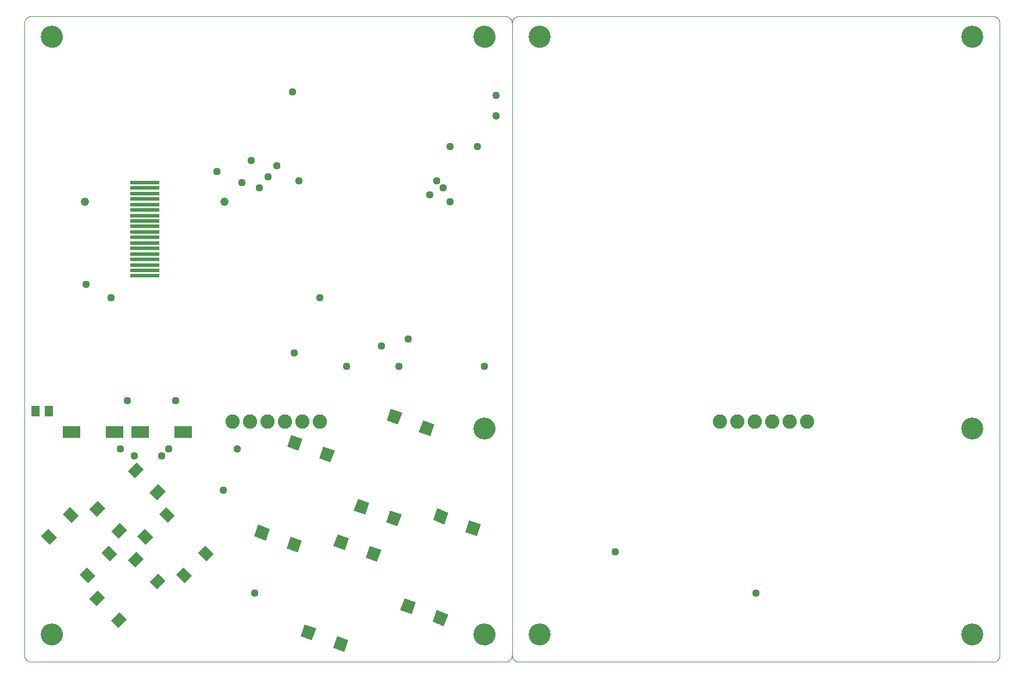
<source format=gts>
G75*
%MOIN*%
%OFA0B0*%
%FSLAX25Y25*%
%IPPOS*%
%LPD*%
%AMOC8*
5,1,8,0,0,1.08239X$1,22.5*
%
%ADD10C,0.00000*%
%ADD11R,0.05131X0.06312*%
%ADD12R,0.16548X0.02375*%
%ADD13R,0.07099X0.06902*%
%ADD14R,0.09855X0.07099*%
%ADD15C,0.04343*%
%ADD16R,0.05918X0.06902*%
%ADD17C,0.12611*%
%ADD18C,0.08200*%
%ADD19C,0.04369*%
%ADD20C,0.04762*%
D10*
X0003248Y0006189D02*
X0003248Y0368394D01*
X0003250Y0368518D01*
X0003256Y0368641D01*
X0003265Y0368765D01*
X0003279Y0368887D01*
X0003296Y0369010D01*
X0003318Y0369132D01*
X0003343Y0369253D01*
X0003372Y0369373D01*
X0003404Y0369492D01*
X0003441Y0369611D01*
X0003481Y0369728D01*
X0003524Y0369843D01*
X0003572Y0369958D01*
X0003623Y0370070D01*
X0003677Y0370181D01*
X0003735Y0370291D01*
X0003796Y0370398D01*
X0003861Y0370504D01*
X0003929Y0370607D01*
X0004000Y0370708D01*
X0004074Y0370807D01*
X0004151Y0370904D01*
X0004232Y0370998D01*
X0004315Y0371089D01*
X0004401Y0371178D01*
X0004490Y0371264D01*
X0004581Y0371347D01*
X0004675Y0371428D01*
X0004772Y0371505D01*
X0004871Y0371579D01*
X0004972Y0371650D01*
X0005075Y0371718D01*
X0005181Y0371783D01*
X0005288Y0371844D01*
X0005398Y0371902D01*
X0005509Y0371956D01*
X0005621Y0372007D01*
X0005736Y0372055D01*
X0005851Y0372098D01*
X0005968Y0372138D01*
X0006087Y0372175D01*
X0006206Y0372207D01*
X0006326Y0372236D01*
X0006447Y0372261D01*
X0006569Y0372283D01*
X0006692Y0372300D01*
X0006814Y0372314D01*
X0006938Y0372323D01*
X0007061Y0372329D01*
X0007185Y0372331D01*
X0278839Y0372331D01*
X0278963Y0372329D01*
X0279086Y0372323D01*
X0279210Y0372314D01*
X0279332Y0372300D01*
X0279455Y0372283D01*
X0279577Y0372261D01*
X0279698Y0372236D01*
X0279818Y0372207D01*
X0279937Y0372175D01*
X0280056Y0372138D01*
X0280173Y0372098D01*
X0280288Y0372055D01*
X0280403Y0372007D01*
X0280515Y0371956D01*
X0280626Y0371902D01*
X0280736Y0371844D01*
X0280843Y0371783D01*
X0280949Y0371718D01*
X0281052Y0371650D01*
X0281153Y0371579D01*
X0281252Y0371505D01*
X0281349Y0371428D01*
X0281443Y0371347D01*
X0281534Y0371264D01*
X0281623Y0371178D01*
X0281709Y0371089D01*
X0281792Y0370998D01*
X0281873Y0370904D01*
X0281950Y0370807D01*
X0282024Y0370708D01*
X0282095Y0370607D01*
X0282163Y0370504D01*
X0282228Y0370398D01*
X0282289Y0370291D01*
X0282347Y0370181D01*
X0282401Y0370070D01*
X0282452Y0369958D01*
X0282500Y0369843D01*
X0282543Y0369728D01*
X0282583Y0369611D01*
X0282620Y0369492D01*
X0282652Y0369373D01*
X0282681Y0369253D01*
X0282706Y0369132D01*
X0282728Y0369010D01*
X0282745Y0368887D01*
X0282759Y0368765D01*
X0282768Y0368641D01*
X0282774Y0368518D01*
X0282776Y0368394D01*
X0282776Y0006189D01*
X0282778Y0006065D01*
X0282784Y0005942D01*
X0282793Y0005818D01*
X0282807Y0005696D01*
X0282824Y0005573D01*
X0282846Y0005451D01*
X0282871Y0005330D01*
X0282900Y0005210D01*
X0282932Y0005091D01*
X0282969Y0004972D01*
X0283009Y0004855D01*
X0283052Y0004740D01*
X0283100Y0004625D01*
X0283151Y0004513D01*
X0283205Y0004402D01*
X0283263Y0004292D01*
X0283324Y0004185D01*
X0283389Y0004079D01*
X0283457Y0003976D01*
X0283528Y0003875D01*
X0283602Y0003776D01*
X0283679Y0003679D01*
X0283760Y0003585D01*
X0283843Y0003494D01*
X0283929Y0003405D01*
X0284018Y0003319D01*
X0284109Y0003236D01*
X0284203Y0003155D01*
X0284300Y0003078D01*
X0284399Y0003004D01*
X0284500Y0002933D01*
X0284603Y0002865D01*
X0284709Y0002800D01*
X0284816Y0002739D01*
X0284926Y0002681D01*
X0285037Y0002627D01*
X0285149Y0002576D01*
X0285264Y0002528D01*
X0285379Y0002485D01*
X0285496Y0002445D01*
X0285615Y0002408D01*
X0285734Y0002376D01*
X0285854Y0002347D01*
X0285975Y0002322D01*
X0286097Y0002300D01*
X0286220Y0002283D01*
X0286342Y0002269D01*
X0286466Y0002260D01*
X0286589Y0002254D01*
X0286713Y0002252D01*
X0558366Y0002252D01*
X0558490Y0002254D01*
X0558613Y0002260D01*
X0558737Y0002269D01*
X0558859Y0002283D01*
X0558982Y0002300D01*
X0559104Y0002322D01*
X0559225Y0002347D01*
X0559345Y0002376D01*
X0559464Y0002408D01*
X0559583Y0002445D01*
X0559700Y0002485D01*
X0559815Y0002528D01*
X0559930Y0002576D01*
X0560042Y0002627D01*
X0560153Y0002681D01*
X0560263Y0002739D01*
X0560370Y0002800D01*
X0560476Y0002865D01*
X0560579Y0002933D01*
X0560680Y0003004D01*
X0560779Y0003078D01*
X0560876Y0003155D01*
X0560970Y0003236D01*
X0561061Y0003319D01*
X0561150Y0003405D01*
X0561236Y0003494D01*
X0561319Y0003585D01*
X0561400Y0003679D01*
X0561477Y0003776D01*
X0561551Y0003875D01*
X0561622Y0003976D01*
X0561690Y0004079D01*
X0561755Y0004185D01*
X0561816Y0004292D01*
X0561874Y0004402D01*
X0561928Y0004513D01*
X0561979Y0004625D01*
X0562027Y0004740D01*
X0562070Y0004855D01*
X0562110Y0004972D01*
X0562147Y0005091D01*
X0562179Y0005210D01*
X0562208Y0005330D01*
X0562233Y0005451D01*
X0562255Y0005573D01*
X0562272Y0005696D01*
X0562286Y0005818D01*
X0562295Y0005942D01*
X0562301Y0006065D01*
X0562303Y0006189D01*
X0562303Y0368394D01*
X0562301Y0368518D01*
X0562295Y0368641D01*
X0562286Y0368765D01*
X0562272Y0368887D01*
X0562255Y0369010D01*
X0562233Y0369132D01*
X0562208Y0369253D01*
X0562179Y0369373D01*
X0562147Y0369492D01*
X0562110Y0369611D01*
X0562070Y0369728D01*
X0562027Y0369843D01*
X0561979Y0369958D01*
X0561928Y0370070D01*
X0561874Y0370181D01*
X0561816Y0370291D01*
X0561755Y0370398D01*
X0561690Y0370504D01*
X0561622Y0370607D01*
X0561551Y0370708D01*
X0561477Y0370807D01*
X0561400Y0370904D01*
X0561319Y0370998D01*
X0561236Y0371089D01*
X0561150Y0371178D01*
X0561061Y0371264D01*
X0560970Y0371347D01*
X0560876Y0371428D01*
X0560779Y0371505D01*
X0560680Y0371579D01*
X0560579Y0371650D01*
X0560476Y0371718D01*
X0560370Y0371783D01*
X0560263Y0371844D01*
X0560153Y0371902D01*
X0560042Y0371956D01*
X0559930Y0372007D01*
X0559815Y0372055D01*
X0559700Y0372098D01*
X0559583Y0372138D01*
X0559464Y0372175D01*
X0559345Y0372207D01*
X0559225Y0372236D01*
X0559104Y0372261D01*
X0558982Y0372283D01*
X0558859Y0372300D01*
X0558737Y0372314D01*
X0558613Y0372323D01*
X0558490Y0372329D01*
X0558366Y0372331D01*
X0286713Y0372331D01*
X0286589Y0372329D01*
X0286466Y0372323D01*
X0286342Y0372314D01*
X0286220Y0372300D01*
X0286097Y0372283D01*
X0285975Y0372261D01*
X0285854Y0372236D01*
X0285734Y0372207D01*
X0285615Y0372175D01*
X0285496Y0372138D01*
X0285379Y0372098D01*
X0285264Y0372055D01*
X0285149Y0372007D01*
X0285037Y0371956D01*
X0284926Y0371902D01*
X0284816Y0371844D01*
X0284709Y0371783D01*
X0284603Y0371718D01*
X0284500Y0371650D01*
X0284399Y0371579D01*
X0284300Y0371505D01*
X0284203Y0371428D01*
X0284109Y0371347D01*
X0284018Y0371264D01*
X0283929Y0371178D01*
X0283843Y0371089D01*
X0283760Y0370998D01*
X0283679Y0370904D01*
X0283602Y0370807D01*
X0283528Y0370708D01*
X0283457Y0370607D01*
X0283389Y0370504D01*
X0283324Y0370398D01*
X0283263Y0370291D01*
X0283205Y0370181D01*
X0283151Y0370070D01*
X0283100Y0369958D01*
X0283052Y0369843D01*
X0283009Y0369728D01*
X0282969Y0369611D01*
X0282932Y0369492D01*
X0282900Y0369373D01*
X0282871Y0369253D01*
X0282846Y0369132D01*
X0282824Y0369010D01*
X0282807Y0368887D01*
X0282793Y0368765D01*
X0282784Y0368641D01*
X0282778Y0368518D01*
X0282776Y0368394D01*
X0292618Y0360520D02*
X0292620Y0360673D01*
X0292626Y0360827D01*
X0292636Y0360980D01*
X0292650Y0361132D01*
X0292668Y0361285D01*
X0292690Y0361436D01*
X0292715Y0361587D01*
X0292745Y0361738D01*
X0292779Y0361888D01*
X0292816Y0362036D01*
X0292857Y0362184D01*
X0292902Y0362330D01*
X0292951Y0362476D01*
X0293004Y0362620D01*
X0293060Y0362762D01*
X0293120Y0362903D01*
X0293184Y0363043D01*
X0293251Y0363181D01*
X0293322Y0363317D01*
X0293397Y0363451D01*
X0293474Y0363583D01*
X0293556Y0363713D01*
X0293640Y0363841D01*
X0293728Y0363967D01*
X0293819Y0364090D01*
X0293913Y0364211D01*
X0294011Y0364329D01*
X0294111Y0364445D01*
X0294215Y0364558D01*
X0294321Y0364669D01*
X0294430Y0364777D01*
X0294542Y0364882D01*
X0294656Y0364983D01*
X0294774Y0365082D01*
X0294893Y0365178D01*
X0295015Y0365271D01*
X0295140Y0365360D01*
X0295267Y0365447D01*
X0295396Y0365529D01*
X0295527Y0365609D01*
X0295660Y0365685D01*
X0295795Y0365758D01*
X0295932Y0365827D01*
X0296071Y0365892D01*
X0296211Y0365954D01*
X0296353Y0366012D01*
X0296496Y0366067D01*
X0296641Y0366118D01*
X0296787Y0366165D01*
X0296934Y0366208D01*
X0297082Y0366247D01*
X0297231Y0366283D01*
X0297381Y0366314D01*
X0297532Y0366342D01*
X0297683Y0366366D01*
X0297836Y0366386D01*
X0297988Y0366402D01*
X0298141Y0366414D01*
X0298294Y0366422D01*
X0298447Y0366426D01*
X0298601Y0366426D01*
X0298754Y0366422D01*
X0298907Y0366414D01*
X0299060Y0366402D01*
X0299212Y0366386D01*
X0299365Y0366366D01*
X0299516Y0366342D01*
X0299667Y0366314D01*
X0299817Y0366283D01*
X0299966Y0366247D01*
X0300114Y0366208D01*
X0300261Y0366165D01*
X0300407Y0366118D01*
X0300552Y0366067D01*
X0300695Y0366012D01*
X0300837Y0365954D01*
X0300977Y0365892D01*
X0301116Y0365827D01*
X0301253Y0365758D01*
X0301388Y0365685D01*
X0301521Y0365609D01*
X0301652Y0365529D01*
X0301781Y0365447D01*
X0301908Y0365360D01*
X0302033Y0365271D01*
X0302155Y0365178D01*
X0302274Y0365082D01*
X0302392Y0364983D01*
X0302506Y0364882D01*
X0302618Y0364777D01*
X0302727Y0364669D01*
X0302833Y0364558D01*
X0302937Y0364445D01*
X0303037Y0364329D01*
X0303135Y0364211D01*
X0303229Y0364090D01*
X0303320Y0363967D01*
X0303408Y0363841D01*
X0303492Y0363713D01*
X0303574Y0363583D01*
X0303651Y0363451D01*
X0303726Y0363317D01*
X0303797Y0363181D01*
X0303864Y0363043D01*
X0303928Y0362903D01*
X0303988Y0362762D01*
X0304044Y0362620D01*
X0304097Y0362476D01*
X0304146Y0362330D01*
X0304191Y0362184D01*
X0304232Y0362036D01*
X0304269Y0361888D01*
X0304303Y0361738D01*
X0304333Y0361587D01*
X0304358Y0361436D01*
X0304380Y0361285D01*
X0304398Y0361132D01*
X0304412Y0360980D01*
X0304422Y0360827D01*
X0304428Y0360673D01*
X0304430Y0360520D01*
X0304428Y0360367D01*
X0304422Y0360213D01*
X0304412Y0360060D01*
X0304398Y0359908D01*
X0304380Y0359755D01*
X0304358Y0359604D01*
X0304333Y0359453D01*
X0304303Y0359302D01*
X0304269Y0359152D01*
X0304232Y0359004D01*
X0304191Y0358856D01*
X0304146Y0358710D01*
X0304097Y0358564D01*
X0304044Y0358420D01*
X0303988Y0358278D01*
X0303928Y0358137D01*
X0303864Y0357997D01*
X0303797Y0357859D01*
X0303726Y0357723D01*
X0303651Y0357589D01*
X0303574Y0357457D01*
X0303492Y0357327D01*
X0303408Y0357199D01*
X0303320Y0357073D01*
X0303229Y0356950D01*
X0303135Y0356829D01*
X0303037Y0356711D01*
X0302937Y0356595D01*
X0302833Y0356482D01*
X0302727Y0356371D01*
X0302618Y0356263D01*
X0302506Y0356158D01*
X0302392Y0356057D01*
X0302274Y0355958D01*
X0302155Y0355862D01*
X0302033Y0355769D01*
X0301908Y0355680D01*
X0301781Y0355593D01*
X0301652Y0355511D01*
X0301521Y0355431D01*
X0301388Y0355355D01*
X0301253Y0355282D01*
X0301116Y0355213D01*
X0300977Y0355148D01*
X0300837Y0355086D01*
X0300695Y0355028D01*
X0300552Y0354973D01*
X0300407Y0354922D01*
X0300261Y0354875D01*
X0300114Y0354832D01*
X0299966Y0354793D01*
X0299817Y0354757D01*
X0299667Y0354726D01*
X0299516Y0354698D01*
X0299365Y0354674D01*
X0299212Y0354654D01*
X0299060Y0354638D01*
X0298907Y0354626D01*
X0298754Y0354618D01*
X0298601Y0354614D01*
X0298447Y0354614D01*
X0298294Y0354618D01*
X0298141Y0354626D01*
X0297988Y0354638D01*
X0297836Y0354654D01*
X0297683Y0354674D01*
X0297532Y0354698D01*
X0297381Y0354726D01*
X0297231Y0354757D01*
X0297082Y0354793D01*
X0296934Y0354832D01*
X0296787Y0354875D01*
X0296641Y0354922D01*
X0296496Y0354973D01*
X0296353Y0355028D01*
X0296211Y0355086D01*
X0296071Y0355148D01*
X0295932Y0355213D01*
X0295795Y0355282D01*
X0295660Y0355355D01*
X0295527Y0355431D01*
X0295396Y0355511D01*
X0295267Y0355593D01*
X0295140Y0355680D01*
X0295015Y0355769D01*
X0294893Y0355862D01*
X0294774Y0355958D01*
X0294656Y0356057D01*
X0294542Y0356158D01*
X0294430Y0356263D01*
X0294321Y0356371D01*
X0294215Y0356482D01*
X0294111Y0356595D01*
X0294011Y0356711D01*
X0293913Y0356829D01*
X0293819Y0356950D01*
X0293728Y0357073D01*
X0293640Y0357199D01*
X0293556Y0357327D01*
X0293474Y0357457D01*
X0293397Y0357589D01*
X0293322Y0357723D01*
X0293251Y0357859D01*
X0293184Y0357997D01*
X0293120Y0358137D01*
X0293060Y0358278D01*
X0293004Y0358420D01*
X0292951Y0358564D01*
X0292902Y0358710D01*
X0292857Y0358856D01*
X0292816Y0359004D01*
X0292779Y0359152D01*
X0292745Y0359302D01*
X0292715Y0359453D01*
X0292690Y0359604D01*
X0292668Y0359755D01*
X0292650Y0359908D01*
X0292636Y0360060D01*
X0292626Y0360213D01*
X0292620Y0360367D01*
X0292618Y0360520D01*
X0261122Y0360520D02*
X0261124Y0360673D01*
X0261130Y0360827D01*
X0261140Y0360980D01*
X0261154Y0361132D01*
X0261172Y0361285D01*
X0261194Y0361436D01*
X0261219Y0361587D01*
X0261249Y0361738D01*
X0261283Y0361888D01*
X0261320Y0362036D01*
X0261361Y0362184D01*
X0261406Y0362330D01*
X0261455Y0362476D01*
X0261508Y0362620D01*
X0261564Y0362762D01*
X0261624Y0362903D01*
X0261688Y0363043D01*
X0261755Y0363181D01*
X0261826Y0363317D01*
X0261901Y0363451D01*
X0261978Y0363583D01*
X0262060Y0363713D01*
X0262144Y0363841D01*
X0262232Y0363967D01*
X0262323Y0364090D01*
X0262417Y0364211D01*
X0262515Y0364329D01*
X0262615Y0364445D01*
X0262719Y0364558D01*
X0262825Y0364669D01*
X0262934Y0364777D01*
X0263046Y0364882D01*
X0263160Y0364983D01*
X0263278Y0365082D01*
X0263397Y0365178D01*
X0263519Y0365271D01*
X0263644Y0365360D01*
X0263771Y0365447D01*
X0263900Y0365529D01*
X0264031Y0365609D01*
X0264164Y0365685D01*
X0264299Y0365758D01*
X0264436Y0365827D01*
X0264575Y0365892D01*
X0264715Y0365954D01*
X0264857Y0366012D01*
X0265000Y0366067D01*
X0265145Y0366118D01*
X0265291Y0366165D01*
X0265438Y0366208D01*
X0265586Y0366247D01*
X0265735Y0366283D01*
X0265885Y0366314D01*
X0266036Y0366342D01*
X0266187Y0366366D01*
X0266340Y0366386D01*
X0266492Y0366402D01*
X0266645Y0366414D01*
X0266798Y0366422D01*
X0266951Y0366426D01*
X0267105Y0366426D01*
X0267258Y0366422D01*
X0267411Y0366414D01*
X0267564Y0366402D01*
X0267716Y0366386D01*
X0267869Y0366366D01*
X0268020Y0366342D01*
X0268171Y0366314D01*
X0268321Y0366283D01*
X0268470Y0366247D01*
X0268618Y0366208D01*
X0268765Y0366165D01*
X0268911Y0366118D01*
X0269056Y0366067D01*
X0269199Y0366012D01*
X0269341Y0365954D01*
X0269481Y0365892D01*
X0269620Y0365827D01*
X0269757Y0365758D01*
X0269892Y0365685D01*
X0270025Y0365609D01*
X0270156Y0365529D01*
X0270285Y0365447D01*
X0270412Y0365360D01*
X0270537Y0365271D01*
X0270659Y0365178D01*
X0270778Y0365082D01*
X0270896Y0364983D01*
X0271010Y0364882D01*
X0271122Y0364777D01*
X0271231Y0364669D01*
X0271337Y0364558D01*
X0271441Y0364445D01*
X0271541Y0364329D01*
X0271639Y0364211D01*
X0271733Y0364090D01*
X0271824Y0363967D01*
X0271912Y0363841D01*
X0271996Y0363713D01*
X0272078Y0363583D01*
X0272155Y0363451D01*
X0272230Y0363317D01*
X0272301Y0363181D01*
X0272368Y0363043D01*
X0272432Y0362903D01*
X0272492Y0362762D01*
X0272548Y0362620D01*
X0272601Y0362476D01*
X0272650Y0362330D01*
X0272695Y0362184D01*
X0272736Y0362036D01*
X0272773Y0361888D01*
X0272807Y0361738D01*
X0272837Y0361587D01*
X0272862Y0361436D01*
X0272884Y0361285D01*
X0272902Y0361132D01*
X0272916Y0360980D01*
X0272926Y0360827D01*
X0272932Y0360673D01*
X0272934Y0360520D01*
X0272932Y0360367D01*
X0272926Y0360213D01*
X0272916Y0360060D01*
X0272902Y0359908D01*
X0272884Y0359755D01*
X0272862Y0359604D01*
X0272837Y0359453D01*
X0272807Y0359302D01*
X0272773Y0359152D01*
X0272736Y0359004D01*
X0272695Y0358856D01*
X0272650Y0358710D01*
X0272601Y0358564D01*
X0272548Y0358420D01*
X0272492Y0358278D01*
X0272432Y0358137D01*
X0272368Y0357997D01*
X0272301Y0357859D01*
X0272230Y0357723D01*
X0272155Y0357589D01*
X0272078Y0357457D01*
X0271996Y0357327D01*
X0271912Y0357199D01*
X0271824Y0357073D01*
X0271733Y0356950D01*
X0271639Y0356829D01*
X0271541Y0356711D01*
X0271441Y0356595D01*
X0271337Y0356482D01*
X0271231Y0356371D01*
X0271122Y0356263D01*
X0271010Y0356158D01*
X0270896Y0356057D01*
X0270778Y0355958D01*
X0270659Y0355862D01*
X0270537Y0355769D01*
X0270412Y0355680D01*
X0270285Y0355593D01*
X0270156Y0355511D01*
X0270025Y0355431D01*
X0269892Y0355355D01*
X0269757Y0355282D01*
X0269620Y0355213D01*
X0269481Y0355148D01*
X0269341Y0355086D01*
X0269199Y0355028D01*
X0269056Y0354973D01*
X0268911Y0354922D01*
X0268765Y0354875D01*
X0268618Y0354832D01*
X0268470Y0354793D01*
X0268321Y0354757D01*
X0268171Y0354726D01*
X0268020Y0354698D01*
X0267869Y0354674D01*
X0267716Y0354654D01*
X0267564Y0354638D01*
X0267411Y0354626D01*
X0267258Y0354618D01*
X0267105Y0354614D01*
X0266951Y0354614D01*
X0266798Y0354618D01*
X0266645Y0354626D01*
X0266492Y0354638D01*
X0266340Y0354654D01*
X0266187Y0354674D01*
X0266036Y0354698D01*
X0265885Y0354726D01*
X0265735Y0354757D01*
X0265586Y0354793D01*
X0265438Y0354832D01*
X0265291Y0354875D01*
X0265145Y0354922D01*
X0265000Y0354973D01*
X0264857Y0355028D01*
X0264715Y0355086D01*
X0264575Y0355148D01*
X0264436Y0355213D01*
X0264299Y0355282D01*
X0264164Y0355355D01*
X0264031Y0355431D01*
X0263900Y0355511D01*
X0263771Y0355593D01*
X0263644Y0355680D01*
X0263519Y0355769D01*
X0263397Y0355862D01*
X0263278Y0355958D01*
X0263160Y0356057D01*
X0263046Y0356158D01*
X0262934Y0356263D01*
X0262825Y0356371D01*
X0262719Y0356482D01*
X0262615Y0356595D01*
X0262515Y0356711D01*
X0262417Y0356829D01*
X0262323Y0356950D01*
X0262232Y0357073D01*
X0262144Y0357199D01*
X0262060Y0357327D01*
X0261978Y0357457D01*
X0261901Y0357589D01*
X0261826Y0357723D01*
X0261755Y0357859D01*
X0261688Y0357997D01*
X0261624Y0358137D01*
X0261564Y0358278D01*
X0261508Y0358420D01*
X0261455Y0358564D01*
X0261406Y0358710D01*
X0261361Y0358856D01*
X0261320Y0359004D01*
X0261283Y0359152D01*
X0261249Y0359302D01*
X0261219Y0359453D01*
X0261194Y0359604D01*
X0261172Y0359755D01*
X0261154Y0359908D01*
X0261140Y0360060D01*
X0261130Y0360213D01*
X0261124Y0360367D01*
X0261122Y0360520D01*
X0271752Y0327055D02*
X0271754Y0327139D01*
X0271760Y0327222D01*
X0271770Y0327305D01*
X0271784Y0327388D01*
X0271801Y0327470D01*
X0271823Y0327551D01*
X0271848Y0327630D01*
X0271877Y0327709D01*
X0271910Y0327786D01*
X0271946Y0327861D01*
X0271986Y0327935D01*
X0272029Y0328007D01*
X0272076Y0328076D01*
X0272126Y0328143D01*
X0272179Y0328208D01*
X0272235Y0328270D01*
X0272293Y0328330D01*
X0272355Y0328387D01*
X0272419Y0328440D01*
X0272486Y0328491D01*
X0272555Y0328538D01*
X0272626Y0328583D01*
X0272699Y0328623D01*
X0272774Y0328660D01*
X0272851Y0328694D01*
X0272929Y0328724D01*
X0273008Y0328750D01*
X0273089Y0328773D01*
X0273171Y0328791D01*
X0273253Y0328806D01*
X0273336Y0328817D01*
X0273419Y0328824D01*
X0273503Y0328827D01*
X0273587Y0328826D01*
X0273670Y0328821D01*
X0273754Y0328812D01*
X0273836Y0328799D01*
X0273918Y0328783D01*
X0273999Y0328762D01*
X0274080Y0328738D01*
X0274158Y0328710D01*
X0274236Y0328678D01*
X0274312Y0328642D01*
X0274386Y0328603D01*
X0274458Y0328561D01*
X0274528Y0328515D01*
X0274596Y0328466D01*
X0274661Y0328414D01*
X0274724Y0328359D01*
X0274784Y0328301D01*
X0274842Y0328240D01*
X0274896Y0328176D01*
X0274948Y0328110D01*
X0274996Y0328042D01*
X0275041Y0327971D01*
X0275082Y0327898D01*
X0275121Y0327824D01*
X0275155Y0327748D01*
X0275186Y0327670D01*
X0275213Y0327591D01*
X0275237Y0327510D01*
X0275256Y0327429D01*
X0275272Y0327347D01*
X0275284Y0327264D01*
X0275292Y0327180D01*
X0275296Y0327097D01*
X0275296Y0327013D01*
X0275292Y0326930D01*
X0275284Y0326846D01*
X0275272Y0326763D01*
X0275256Y0326681D01*
X0275237Y0326600D01*
X0275213Y0326519D01*
X0275186Y0326440D01*
X0275155Y0326362D01*
X0275121Y0326286D01*
X0275082Y0326212D01*
X0275041Y0326139D01*
X0274996Y0326068D01*
X0274948Y0326000D01*
X0274896Y0325934D01*
X0274842Y0325870D01*
X0274784Y0325809D01*
X0274724Y0325751D01*
X0274661Y0325696D01*
X0274596Y0325644D01*
X0274528Y0325595D01*
X0274458Y0325549D01*
X0274386Y0325507D01*
X0274312Y0325468D01*
X0274236Y0325432D01*
X0274158Y0325400D01*
X0274080Y0325372D01*
X0273999Y0325348D01*
X0273918Y0325327D01*
X0273836Y0325311D01*
X0273754Y0325298D01*
X0273670Y0325289D01*
X0273587Y0325284D01*
X0273503Y0325283D01*
X0273419Y0325286D01*
X0273336Y0325293D01*
X0273253Y0325304D01*
X0273171Y0325319D01*
X0273089Y0325337D01*
X0273008Y0325360D01*
X0272929Y0325386D01*
X0272851Y0325416D01*
X0272774Y0325450D01*
X0272699Y0325487D01*
X0272626Y0325527D01*
X0272555Y0325572D01*
X0272486Y0325619D01*
X0272419Y0325670D01*
X0272355Y0325723D01*
X0272293Y0325780D01*
X0272235Y0325840D01*
X0272179Y0325902D01*
X0272126Y0325967D01*
X0272076Y0326034D01*
X0272029Y0326103D01*
X0271986Y0326175D01*
X0271946Y0326249D01*
X0271910Y0326324D01*
X0271877Y0326401D01*
X0271848Y0326480D01*
X0271823Y0326559D01*
X0271801Y0326640D01*
X0271784Y0326722D01*
X0271770Y0326805D01*
X0271760Y0326888D01*
X0271754Y0326971D01*
X0271752Y0327055D01*
X0271752Y0315244D02*
X0271754Y0315328D01*
X0271760Y0315411D01*
X0271770Y0315494D01*
X0271784Y0315577D01*
X0271801Y0315659D01*
X0271823Y0315740D01*
X0271848Y0315819D01*
X0271877Y0315898D01*
X0271910Y0315975D01*
X0271946Y0316050D01*
X0271986Y0316124D01*
X0272029Y0316196D01*
X0272076Y0316265D01*
X0272126Y0316332D01*
X0272179Y0316397D01*
X0272235Y0316459D01*
X0272293Y0316519D01*
X0272355Y0316576D01*
X0272419Y0316629D01*
X0272486Y0316680D01*
X0272555Y0316727D01*
X0272626Y0316772D01*
X0272699Y0316812D01*
X0272774Y0316849D01*
X0272851Y0316883D01*
X0272929Y0316913D01*
X0273008Y0316939D01*
X0273089Y0316962D01*
X0273171Y0316980D01*
X0273253Y0316995D01*
X0273336Y0317006D01*
X0273419Y0317013D01*
X0273503Y0317016D01*
X0273587Y0317015D01*
X0273670Y0317010D01*
X0273754Y0317001D01*
X0273836Y0316988D01*
X0273918Y0316972D01*
X0273999Y0316951D01*
X0274080Y0316927D01*
X0274158Y0316899D01*
X0274236Y0316867D01*
X0274312Y0316831D01*
X0274386Y0316792D01*
X0274458Y0316750D01*
X0274528Y0316704D01*
X0274596Y0316655D01*
X0274661Y0316603D01*
X0274724Y0316548D01*
X0274784Y0316490D01*
X0274842Y0316429D01*
X0274896Y0316365D01*
X0274948Y0316299D01*
X0274996Y0316231D01*
X0275041Y0316160D01*
X0275082Y0316087D01*
X0275121Y0316013D01*
X0275155Y0315937D01*
X0275186Y0315859D01*
X0275213Y0315780D01*
X0275237Y0315699D01*
X0275256Y0315618D01*
X0275272Y0315536D01*
X0275284Y0315453D01*
X0275292Y0315369D01*
X0275296Y0315286D01*
X0275296Y0315202D01*
X0275292Y0315119D01*
X0275284Y0315035D01*
X0275272Y0314952D01*
X0275256Y0314870D01*
X0275237Y0314789D01*
X0275213Y0314708D01*
X0275186Y0314629D01*
X0275155Y0314551D01*
X0275121Y0314475D01*
X0275082Y0314401D01*
X0275041Y0314328D01*
X0274996Y0314257D01*
X0274948Y0314189D01*
X0274896Y0314123D01*
X0274842Y0314059D01*
X0274784Y0313998D01*
X0274724Y0313940D01*
X0274661Y0313885D01*
X0274596Y0313833D01*
X0274528Y0313784D01*
X0274458Y0313738D01*
X0274386Y0313696D01*
X0274312Y0313657D01*
X0274236Y0313621D01*
X0274158Y0313589D01*
X0274080Y0313561D01*
X0273999Y0313537D01*
X0273918Y0313516D01*
X0273836Y0313500D01*
X0273754Y0313487D01*
X0273670Y0313478D01*
X0273587Y0313473D01*
X0273503Y0313472D01*
X0273419Y0313475D01*
X0273336Y0313482D01*
X0273253Y0313493D01*
X0273171Y0313508D01*
X0273089Y0313526D01*
X0273008Y0313549D01*
X0272929Y0313575D01*
X0272851Y0313605D01*
X0272774Y0313639D01*
X0272699Y0313676D01*
X0272626Y0313716D01*
X0272555Y0313761D01*
X0272486Y0313808D01*
X0272419Y0313859D01*
X0272355Y0313912D01*
X0272293Y0313969D01*
X0272235Y0314029D01*
X0272179Y0314091D01*
X0272126Y0314156D01*
X0272076Y0314223D01*
X0272029Y0314292D01*
X0271986Y0314364D01*
X0271946Y0314438D01*
X0271910Y0314513D01*
X0271877Y0314590D01*
X0271848Y0314669D01*
X0271823Y0314748D01*
X0271801Y0314829D01*
X0271784Y0314911D01*
X0271770Y0314994D01*
X0271760Y0315077D01*
X0271754Y0315160D01*
X0271752Y0315244D01*
X0013090Y0360520D02*
X0013092Y0360673D01*
X0013098Y0360827D01*
X0013108Y0360980D01*
X0013122Y0361132D01*
X0013140Y0361285D01*
X0013162Y0361436D01*
X0013187Y0361587D01*
X0013217Y0361738D01*
X0013251Y0361888D01*
X0013288Y0362036D01*
X0013329Y0362184D01*
X0013374Y0362330D01*
X0013423Y0362476D01*
X0013476Y0362620D01*
X0013532Y0362762D01*
X0013592Y0362903D01*
X0013656Y0363043D01*
X0013723Y0363181D01*
X0013794Y0363317D01*
X0013869Y0363451D01*
X0013946Y0363583D01*
X0014028Y0363713D01*
X0014112Y0363841D01*
X0014200Y0363967D01*
X0014291Y0364090D01*
X0014385Y0364211D01*
X0014483Y0364329D01*
X0014583Y0364445D01*
X0014687Y0364558D01*
X0014793Y0364669D01*
X0014902Y0364777D01*
X0015014Y0364882D01*
X0015128Y0364983D01*
X0015246Y0365082D01*
X0015365Y0365178D01*
X0015487Y0365271D01*
X0015612Y0365360D01*
X0015739Y0365447D01*
X0015868Y0365529D01*
X0015999Y0365609D01*
X0016132Y0365685D01*
X0016267Y0365758D01*
X0016404Y0365827D01*
X0016543Y0365892D01*
X0016683Y0365954D01*
X0016825Y0366012D01*
X0016968Y0366067D01*
X0017113Y0366118D01*
X0017259Y0366165D01*
X0017406Y0366208D01*
X0017554Y0366247D01*
X0017703Y0366283D01*
X0017853Y0366314D01*
X0018004Y0366342D01*
X0018155Y0366366D01*
X0018308Y0366386D01*
X0018460Y0366402D01*
X0018613Y0366414D01*
X0018766Y0366422D01*
X0018919Y0366426D01*
X0019073Y0366426D01*
X0019226Y0366422D01*
X0019379Y0366414D01*
X0019532Y0366402D01*
X0019684Y0366386D01*
X0019837Y0366366D01*
X0019988Y0366342D01*
X0020139Y0366314D01*
X0020289Y0366283D01*
X0020438Y0366247D01*
X0020586Y0366208D01*
X0020733Y0366165D01*
X0020879Y0366118D01*
X0021024Y0366067D01*
X0021167Y0366012D01*
X0021309Y0365954D01*
X0021449Y0365892D01*
X0021588Y0365827D01*
X0021725Y0365758D01*
X0021860Y0365685D01*
X0021993Y0365609D01*
X0022124Y0365529D01*
X0022253Y0365447D01*
X0022380Y0365360D01*
X0022505Y0365271D01*
X0022627Y0365178D01*
X0022746Y0365082D01*
X0022864Y0364983D01*
X0022978Y0364882D01*
X0023090Y0364777D01*
X0023199Y0364669D01*
X0023305Y0364558D01*
X0023409Y0364445D01*
X0023509Y0364329D01*
X0023607Y0364211D01*
X0023701Y0364090D01*
X0023792Y0363967D01*
X0023880Y0363841D01*
X0023964Y0363713D01*
X0024046Y0363583D01*
X0024123Y0363451D01*
X0024198Y0363317D01*
X0024269Y0363181D01*
X0024336Y0363043D01*
X0024400Y0362903D01*
X0024460Y0362762D01*
X0024516Y0362620D01*
X0024569Y0362476D01*
X0024618Y0362330D01*
X0024663Y0362184D01*
X0024704Y0362036D01*
X0024741Y0361888D01*
X0024775Y0361738D01*
X0024805Y0361587D01*
X0024830Y0361436D01*
X0024852Y0361285D01*
X0024870Y0361132D01*
X0024884Y0360980D01*
X0024894Y0360827D01*
X0024900Y0360673D01*
X0024902Y0360520D01*
X0024900Y0360367D01*
X0024894Y0360213D01*
X0024884Y0360060D01*
X0024870Y0359908D01*
X0024852Y0359755D01*
X0024830Y0359604D01*
X0024805Y0359453D01*
X0024775Y0359302D01*
X0024741Y0359152D01*
X0024704Y0359004D01*
X0024663Y0358856D01*
X0024618Y0358710D01*
X0024569Y0358564D01*
X0024516Y0358420D01*
X0024460Y0358278D01*
X0024400Y0358137D01*
X0024336Y0357997D01*
X0024269Y0357859D01*
X0024198Y0357723D01*
X0024123Y0357589D01*
X0024046Y0357457D01*
X0023964Y0357327D01*
X0023880Y0357199D01*
X0023792Y0357073D01*
X0023701Y0356950D01*
X0023607Y0356829D01*
X0023509Y0356711D01*
X0023409Y0356595D01*
X0023305Y0356482D01*
X0023199Y0356371D01*
X0023090Y0356263D01*
X0022978Y0356158D01*
X0022864Y0356057D01*
X0022746Y0355958D01*
X0022627Y0355862D01*
X0022505Y0355769D01*
X0022380Y0355680D01*
X0022253Y0355593D01*
X0022124Y0355511D01*
X0021993Y0355431D01*
X0021860Y0355355D01*
X0021725Y0355282D01*
X0021588Y0355213D01*
X0021449Y0355148D01*
X0021309Y0355086D01*
X0021167Y0355028D01*
X0021024Y0354973D01*
X0020879Y0354922D01*
X0020733Y0354875D01*
X0020586Y0354832D01*
X0020438Y0354793D01*
X0020289Y0354757D01*
X0020139Y0354726D01*
X0019988Y0354698D01*
X0019837Y0354674D01*
X0019684Y0354654D01*
X0019532Y0354638D01*
X0019379Y0354626D01*
X0019226Y0354618D01*
X0019073Y0354614D01*
X0018919Y0354614D01*
X0018766Y0354618D01*
X0018613Y0354626D01*
X0018460Y0354638D01*
X0018308Y0354654D01*
X0018155Y0354674D01*
X0018004Y0354698D01*
X0017853Y0354726D01*
X0017703Y0354757D01*
X0017554Y0354793D01*
X0017406Y0354832D01*
X0017259Y0354875D01*
X0017113Y0354922D01*
X0016968Y0354973D01*
X0016825Y0355028D01*
X0016683Y0355086D01*
X0016543Y0355148D01*
X0016404Y0355213D01*
X0016267Y0355282D01*
X0016132Y0355355D01*
X0015999Y0355431D01*
X0015868Y0355511D01*
X0015739Y0355593D01*
X0015612Y0355680D01*
X0015487Y0355769D01*
X0015365Y0355862D01*
X0015246Y0355958D01*
X0015128Y0356057D01*
X0015014Y0356158D01*
X0014902Y0356263D01*
X0014793Y0356371D01*
X0014687Y0356482D01*
X0014583Y0356595D01*
X0014483Y0356711D01*
X0014385Y0356829D01*
X0014291Y0356950D01*
X0014200Y0357073D01*
X0014112Y0357199D01*
X0014028Y0357327D01*
X0013946Y0357457D01*
X0013869Y0357589D01*
X0013794Y0357723D01*
X0013723Y0357859D01*
X0013656Y0357997D01*
X0013592Y0358137D01*
X0013532Y0358278D01*
X0013476Y0358420D01*
X0013423Y0358564D01*
X0013374Y0358710D01*
X0013329Y0358856D01*
X0013288Y0359004D01*
X0013251Y0359152D01*
X0013217Y0359302D01*
X0013187Y0359453D01*
X0013162Y0359604D01*
X0013140Y0359755D01*
X0013122Y0359908D01*
X0013108Y0360060D01*
X0013098Y0360213D01*
X0013092Y0360367D01*
X0013090Y0360520D01*
X0261122Y0136110D02*
X0261124Y0136263D01*
X0261130Y0136417D01*
X0261140Y0136570D01*
X0261154Y0136722D01*
X0261172Y0136875D01*
X0261194Y0137026D01*
X0261219Y0137177D01*
X0261249Y0137328D01*
X0261283Y0137478D01*
X0261320Y0137626D01*
X0261361Y0137774D01*
X0261406Y0137920D01*
X0261455Y0138066D01*
X0261508Y0138210D01*
X0261564Y0138352D01*
X0261624Y0138493D01*
X0261688Y0138633D01*
X0261755Y0138771D01*
X0261826Y0138907D01*
X0261901Y0139041D01*
X0261978Y0139173D01*
X0262060Y0139303D01*
X0262144Y0139431D01*
X0262232Y0139557D01*
X0262323Y0139680D01*
X0262417Y0139801D01*
X0262515Y0139919D01*
X0262615Y0140035D01*
X0262719Y0140148D01*
X0262825Y0140259D01*
X0262934Y0140367D01*
X0263046Y0140472D01*
X0263160Y0140573D01*
X0263278Y0140672D01*
X0263397Y0140768D01*
X0263519Y0140861D01*
X0263644Y0140950D01*
X0263771Y0141037D01*
X0263900Y0141119D01*
X0264031Y0141199D01*
X0264164Y0141275D01*
X0264299Y0141348D01*
X0264436Y0141417D01*
X0264575Y0141482D01*
X0264715Y0141544D01*
X0264857Y0141602D01*
X0265000Y0141657D01*
X0265145Y0141708D01*
X0265291Y0141755D01*
X0265438Y0141798D01*
X0265586Y0141837D01*
X0265735Y0141873D01*
X0265885Y0141904D01*
X0266036Y0141932D01*
X0266187Y0141956D01*
X0266340Y0141976D01*
X0266492Y0141992D01*
X0266645Y0142004D01*
X0266798Y0142012D01*
X0266951Y0142016D01*
X0267105Y0142016D01*
X0267258Y0142012D01*
X0267411Y0142004D01*
X0267564Y0141992D01*
X0267716Y0141976D01*
X0267869Y0141956D01*
X0268020Y0141932D01*
X0268171Y0141904D01*
X0268321Y0141873D01*
X0268470Y0141837D01*
X0268618Y0141798D01*
X0268765Y0141755D01*
X0268911Y0141708D01*
X0269056Y0141657D01*
X0269199Y0141602D01*
X0269341Y0141544D01*
X0269481Y0141482D01*
X0269620Y0141417D01*
X0269757Y0141348D01*
X0269892Y0141275D01*
X0270025Y0141199D01*
X0270156Y0141119D01*
X0270285Y0141037D01*
X0270412Y0140950D01*
X0270537Y0140861D01*
X0270659Y0140768D01*
X0270778Y0140672D01*
X0270896Y0140573D01*
X0271010Y0140472D01*
X0271122Y0140367D01*
X0271231Y0140259D01*
X0271337Y0140148D01*
X0271441Y0140035D01*
X0271541Y0139919D01*
X0271639Y0139801D01*
X0271733Y0139680D01*
X0271824Y0139557D01*
X0271912Y0139431D01*
X0271996Y0139303D01*
X0272078Y0139173D01*
X0272155Y0139041D01*
X0272230Y0138907D01*
X0272301Y0138771D01*
X0272368Y0138633D01*
X0272432Y0138493D01*
X0272492Y0138352D01*
X0272548Y0138210D01*
X0272601Y0138066D01*
X0272650Y0137920D01*
X0272695Y0137774D01*
X0272736Y0137626D01*
X0272773Y0137478D01*
X0272807Y0137328D01*
X0272837Y0137177D01*
X0272862Y0137026D01*
X0272884Y0136875D01*
X0272902Y0136722D01*
X0272916Y0136570D01*
X0272926Y0136417D01*
X0272932Y0136263D01*
X0272934Y0136110D01*
X0272932Y0135957D01*
X0272926Y0135803D01*
X0272916Y0135650D01*
X0272902Y0135498D01*
X0272884Y0135345D01*
X0272862Y0135194D01*
X0272837Y0135043D01*
X0272807Y0134892D01*
X0272773Y0134742D01*
X0272736Y0134594D01*
X0272695Y0134446D01*
X0272650Y0134300D01*
X0272601Y0134154D01*
X0272548Y0134010D01*
X0272492Y0133868D01*
X0272432Y0133727D01*
X0272368Y0133587D01*
X0272301Y0133449D01*
X0272230Y0133313D01*
X0272155Y0133179D01*
X0272078Y0133047D01*
X0271996Y0132917D01*
X0271912Y0132789D01*
X0271824Y0132663D01*
X0271733Y0132540D01*
X0271639Y0132419D01*
X0271541Y0132301D01*
X0271441Y0132185D01*
X0271337Y0132072D01*
X0271231Y0131961D01*
X0271122Y0131853D01*
X0271010Y0131748D01*
X0270896Y0131647D01*
X0270778Y0131548D01*
X0270659Y0131452D01*
X0270537Y0131359D01*
X0270412Y0131270D01*
X0270285Y0131183D01*
X0270156Y0131101D01*
X0270025Y0131021D01*
X0269892Y0130945D01*
X0269757Y0130872D01*
X0269620Y0130803D01*
X0269481Y0130738D01*
X0269341Y0130676D01*
X0269199Y0130618D01*
X0269056Y0130563D01*
X0268911Y0130512D01*
X0268765Y0130465D01*
X0268618Y0130422D01*
X0268470Y0130383D01*
X0268321Y0130347D01*
X0268171Y0130316D01*
X0268020Y0130288D01*
X0267869Y0130264D01*
X0267716Y0130244D01*
X0267564Y0130228D01*
X0267411Y0130216D01*
X0267258Y0130208D01*
X0267105Y0130204D01*
X0266951Y0130204D01*
X0266798Y0130208D01*
X0266645Y0130216D01*
X0266492Y0130228D01*
X0266340Y0130244D01*
X0266187Y0130264D01*
X0266036Y0130288D01*
X0265885Y0130316D01*
X0265735Y0130347D01*
X0265586Y0130383D01*
X0265438Y0130422D01*
X0265291Y0130465D01*
X0265145Y0130512D01*
X0265000Y0130563D01*
X0264857Y0130618D01*
X0264715Y0130676D01*
X0264575Y0130738D01*
X0264436Y0130803D01*
X0264299Y0130872D01*
X0264164Y0130945D01*
X0264031Y0131021D01*
X0263900Y0131101D01*
X0263771Y0131183D01*
X0263644Y0131270D01*
X0263519Y0131359D01*
X0263397Y0131452D01*
X0263278Y0131548D01*
X0263160Y0131647D01*
X0263046Y0131748D01*
X0262934Y0131853D01*
X0262825Y0131961D01*
X0262719Y0132072D01*
X0262615Y0132185D01*
X0262515Y0132301D01*
X0262417Y0132419D01*
X0262323Y0132540D01*
X0262232Y0132663D01*
X0262144Y0132789D01*
X0262060Y0132917D01*
X0261978Y0133047D01*
X0261901Y0133179D01*
X0261826Y0133313D01*
X0261755Y0133449D01*
X0261688Y0133587D01*
X0261624Y0133727D01*
X0261564Y0133868D01*
X0261508Y0134010D01*
X0261455Y0134154D01*
X0261406Y0134300D01*
X0261361Y0134446D01*
X0261320Y0134594D01*
X0261283Y0134742D01*
X0261249Y0134892D01*
X0261219Y0135043D01*
X0261194Y0135194D01*
X0261172Y0135345D01*
X0261154Y0135498D01*
X0261140Y0135650D01*
X0261130Y0135803D01*
X0261124Y0135957D01*
X0261122Y0136110D01*
X0261122Y0018000D02*
X0261124Y0018153D01*
X0261130Y0018307D01*
X0261140Y0018460D01*
X0261154Y0018612D01*
X0261172Y0018765D01*
X0261194Y0018916D01*
X0261219Y0019067D01*
X0261249Y0019218D01*
X0261283Y0019368D01*
X0261320Y0019516D01*
X0261361Y0019664D01*
X0261406Y0019810D01*
X0261455Y0019956D01*
X0261508Y0020100D01*
X0261564Y0020242D01*
X0261624Y0020383D01*
X0261688Y0020523D01*
X0261755Y0020661D01*
X0261826Y0020797D01*
X0261901Y0020931D01*
X0261978Y0021063D01*
X0262060Y0021193D01*
X0262144Y0021321D01*
X0262232Y0021447D01*
X0262323Y0021570D01*
X0262417Y0021691D01*
X0262515Y0021809D01*
X0262615Y0021925D01*
X0262719Y0022038D01*
X0262825Y0022149D01*
X0262934Y0022257D01*
X0263046Y0022362D01*
X0263160Y0022463D01*
X0263278Y0022562D01*
X0263397Y0022658D01*
X0263519Y0022751D01*
X0263644Y0022840D01*
X0263771Y0022927D01*
X0263900Y0023009D01*
X0264031Y0023089D01*
X0264164Y0023165D01*
X0264299Y0023238D01*
X0264436Y0023307D01*
X0264575Y0023372D01*
X0264715Y0023434D01*
X0264857Y0023492D01*
X0265000Y0023547D01*
X0265145Y0023598D01*
X0265291Y0023645D01*
X0265438Y0023688D01*
X0265586Y0023727D01*
X0265735Y0023763D01*
X0265885Y0023794D01*
X0266036Y0023822D01*
X0266187Y0023846D01*
X0266340Y0023866D01*
X0266492Y0023882D01*
X0266645Y0023894D01*
X0266798Y0023902D01*
X0266951Y0023906D01*
X0267105Y0023906D01*
X0267258Y0023902D01*
X0267411Y0023894D01*
X0267564Y0023882D01*
X0267716Y0023866D01*
X0267869Y0023846D01*
X0268020Y0023822D01*
X0268171Y0023794D01*
X0268321Y0023763D01*
X0268470Y0023727D01*
X0268618Y0023688D01*
X0268765Y0023645D01*
X0268911Y0023598D01*
X0269056Y0023547D01*
X0269199Y0023492D01*
X0269341Y0023434D01*
X0269481Y0023372D01*
X0269620Y0023307D01*
X0269757Y0023238D01*
X0269892Y0023165D01*
X0270025Y0023089D01*
X0270156Y0023009D01*
X0270285Y0022927D01*
X0270412Y0022840D01*
X0270537Y0022751D01*
X0270659Y0022658D01*
X0270778Y0022562D01*
X0270896Y0022463D01*
X0271010Y0022362D01*
X0271122Y0022257D01*
X0271231Y0022149D01*
X0271337Y0022038D01*
X0271441Y0021925D01*
X0271541Y0021809D01*
X0271639Y0021691D01*
X0271733Y0021570D01*
X0271824Y0021447D01*
X0271912Y0021321D01*
X0271996Y0021193D01*
X0272078Y0021063D01*
X0272155Y0020931D01*
X0272230Y0020797D01*
X0272301Y0020661D01*
X0272368Y0020523D01*
X0272432Y0020383D01*
X0272492Y0020242D01*
X0272548Y0020100D01*
X0272601Y0019956D01*
X0272650Y0019810D01*
X0272695Y0019664D01*
X0272736Y0019516D01*
X0272773Y0019368D01*
X0272807Y0019218D01*
X0272837Y0019067D01*
X0272862Y0018916D01*
X0272884Y0018765D01*
X0272902Y0018612D01*
X0272916Y0018460D01*
X0272926Y0018307D01*
X0272932Y0018153D01*
X0272934Y0018000D01*
X0272932Y0017847D01*
X0272926Y0017693D01*
X0272916Y0017540D01*
X0272902Y0017388D01*
X0272884Y0017235D01*
X0272862Y0017084D01*
X0272837Y0016933D01*
X0272807Y0016782D01*
X0272773Y0016632D01*
X0272736Y0016484D01*
X0272695Y0016336D01*
X0272650Y0016190D01*
X0272601Y0016044D01*
X0272548Y0015900D01*
X0272492Y0015758D01*
X0272432Y0015617D01*
X0272368Y0015477D01*
X0272301Y0015339D01*
X0272230Y0015203D01*
X0272155Y0015069D01*
X0272078Y0014937D01*
X0271996Y0014807D01*
X0271912Y0014679D01*
X0271824Y0014553D01*
X0271733Y0014430D01*
X0271639Y0014309D01*
X0271541Y0014191D01*
X0271441Y0014075D01*
X0271337Y0013962D01*
X0271231Y0013851D01*
X0271122Y0013743D01*
X0271010Y0013638D01*
X0270896Y0013537D01*
X0270778Y0013438D01*
X0270659Y0013342D01*
X0270537Y0013249D01*
X0270412Y0013160D01*
X0270285Y0013073D01*
X0270156Y0012991D01*
X0270025Y0012911D01*
X0269892Y0012835D01*
X0269757Y0012762D01*
X0269620Y0012693D01*
X0269481Y0012628D01*
X0269341Y0012566D01*
X0269199Y0012508D01*
X0269056Y0012453D01*
X0268911Y0012402D01*
X0268765Y0012355D01*
X0268618Y0012312D01*
X0268470Y0012273D01*
X0268321Y0012237D01*
X0268171Y0012206D01*
X0268020Y0012178D01*
X0267869Y0012154D01*
X0267716Y0012134D01*
X0267564Y0012118D01*
X0267411Y0012106D01*
X0267258Y0012098D01*
X0267105Y0012094D01*
X0266951Y0012094D01*
X0266798Y0012098D01*
X0266645Y0012106D01*
X0266492Y0012118D01*
X0266340Y0012134D01*
X0266187Y0012154D01*
X0266036Y0012178D01*
X0265885Y0012206D01*
X0265735Y0012237D01*
X0265586Y0012273D01*
X0265438Y0012312D01*
X0265291Y0012355D01*
X0265145Y0012402D01*
X0265000Y0012453D01*
X0264857Y0012508D01*
X0264715Y0012566D01*
X0264575Y0012628D01*
X0264436Y0012693D01*
X0264299Y0012762D01*
X0264164Y0012835D01*
X0264031Y0012911D01*
X0263900Y0012991D01*
X0263771Y0013073D01*
X0263644Y0013160D01*
X0263519Y0013249D01*
X0263397Y0013342D01*
X0263278Y0013438D01*
X0263160Y0013537D01*
X0263046Y0013638D01*
X0262934Y0013743D01*
X0262825Y0013851D01*
X0262719Y0013962D01*
X0262615Y0014075D01*
X0262515Y0014191D01*
X0262417Y0014309D01*
X0262323Y0014430D01*
X0262232Y0014553D01*
X0262144Y0014679D01*
X0262060Y0014807D01*
X0261978Y0014937D01*
X0261901Y0015069D01*
X0261826Y0015203D01*
X0261755Y0015339D01*
X0261688Y0015477D01*
X0261624Y0015617D01*
X0261564Y0015758D01*
X0261508Y0015900D01*
X0261455Y0016044D01*
X0261406Y0016190D01*
X0261361Y0016336D01*
X0261320Y0016484D01*
X0261283Y0016632D01*
X0261249Y0016782D01*
X0261219Y0016933D01*
X0261194Y0017084D01*
X0261172Y0017235D01*
X0261154Y0017388D01*
X0261140Y0017540D01*
X0261130Y0017693D01*
X0261124Y0017847D01*
X0261122Y0018000D01*
X0278839Y0002252D02*
X0278963Y0002254D01*
X0279086Y0002260D01*
X0279210Y0002269D01*
X0279332Y0002283D01*
X0279455Y0002300D01*
X0279577Y0002322D01*
X0279698Y0002347D01*
X0279818Y0002376D01*
X0279937Y0002408D01*
X0280056Y0002445D01*
X0280173Y0002485D01*
X0280288Y0002528D01*
X0280403Y0002576D01*
X0280515Y0002627D01*
X0280626Y0002681D01*
X0280736Y0002739D01*
X0280843Y0002800D01*
X0280949Y0002865D01*
X0281052Y0002933D01*
X0281153Y0003004D01*
X0281252Y0003078D01*
X0281349Y0003155D01*
X0281443Y0003236D01*
X0281534Y0003319D01*
X0281623Y0003405D01*
X0281709Y0003494D01*
X0281792Y0003585D01*
X0281873Y0003679D01*
X0281950Y0003776D01*
X0282024Y0003875D01*
X0282095Y0003976D01*
X0282163Y0004079D01*
X0282228Y0004185D01*
X0282289Y0004292D01*
X0282347Y0004402D01*
X0282401Y0004513D01*
X0282452Y0004625D01*
X0282500Y0004740D01*
X0282543Y0004855D01*
X0282583Y0004972D01*
X0282620Y0005091D01*
X0282652Y0005210D01*
X0282681Y0005330D01*
X0282706Y0005451D01*
X0282728Y0005573D01*
X0282745Y0005696D01*
X0282759Y0005818D01*
X0282768Y0005942D01*
X0282774Y0006065D01*
X0282776Y0006189D01*
X0278839Y0002252D02*
X0007185Y0002252D01*
X0007061Y0002254D01*
X0006938Y0002260D01*
X0006814Y0002269D01*
X0006692Y0002283D01*
X0006569Y0002300D01*
X0006447Y0002322D01*
X0006326Y0002347D01*
X0006206Y0002376D01*
X0006087Y0002408D01*
X0005968Y0002445D01*
X0005851Y0002485D01*
X0005736Y0002528D01*
X0005621Y0002576D01*
X0005509Y0002627D01*
X0005398Y0002681D01*
X0005288Y0002739D01*
X0005181Y0002800D01*
X0005075Y0002865D01*
X0004972Y0002933D01*
X0004871Y0003004D01*
X0004772Y0003078D01*
X0004675Y0003155D01*
X0004581Y0003236D01*
X0004490Y0003319D01*
X0004401Y0003405D01*
X0004315Y0003494D01*
X0004232Y0003585D01*
X0004151Y0003679D01*
X0004074Y0003776D01*
X0004000Y0003875D01*
X0003929Y0003976D01*
X0003861Y0004079D01*
X0003796Y0004185D01*
X0003735Y0004292D01*
X0003677Y0004402D01*
X0003623Y0004513D01*
X0003572Y0004625D01*
X0003524Y0004740D01*
X0003481Y0004855D01*
X0003441Y0004972D01*
X0003404Y0005091D01*
X0003372Y0005210D01*
X0003343Y0005330D01*
X0003318Y0005451D01*
X0003296Y0005573D01*
X0003279Y0005696D01*
X0003265Y0005818D01*
X0003256Y0005942D01*
X0003250Y0006065D01*
X0003248Y0006189D01*
X0013090Y0018000D02*
X0013092Y0018153D01*
X0013098Y0018307D01*
X0013108Y0018460D01*
X0013122Y0018612D01*
X0013140Y0018765D01*
X0013162Y0018916D01*
X0013187Y0019067D01*
X0013217Y0019218D01*
X0013251Y0019368D01*
X0013288Y0019516D01*
X0013329Y0019664D01*
X0013374Y0019810D01*
X0013423Y0019956D01*
X0013476Y0020100D01*
X0013532Y0020242D01*
X0013592Y0020383D01*
X0013656Y0020523D01*
X0013723Y0020661D01*
X0013794Y0020797D01*
X0013869Y0020931D01*
X0013946Y0021063D01*
X0014028Y0021193D01*
X0014112Y0021321D01*
X0014200Y0021447D01*
X0014291Y0021570D01*
X0014385Y0021691D01*
X0014483Y0021809D01*
X0014583Y0021925D01*
X0014687Y0022038D01*
X0014793Y0022149D01*
X0014902Y0022257D01*
X0015014Y0022362D01*
X0015128Y0022463D01*
X0015246Y0022562D01*
X0015365Y0022658D01*
X0015487Y0022751D01*
X0015612Y0022840D01*
X0015739Y0022927D01*
X0015868Y0023009D01*
X0015999Y0023089D01*
X0016132Y0023165D01*
X0016267Y0023238D01*
X0016404Y0023307D01*
X0016543Y0023372D01*
X0016683Y0023434D01*
X0016825Y0023492D01*
X0016968Y0023547D01*
X0017113Y0023598D01*
X0017259Y0023645D01*
X0017406Y0023688D01*
X0017554Y0023727D01*
X0017703Y0023763D01*
X0017853Y0023794D01*
X0018004Y0023822D01*
X0018155Y0023846D01*
X0018308Y0023866D01*
X0018460Y0023882D01*
X0018613Y0023894D01*
X0018766Y0023902D01*
X0018919Y0023906D01*
X0019073Y0023906D01*
X0019226Y0023902D01*
X0019379Y0023894D01*
X0019532Y0023882D01*
X0019684Y0023866D01*
X0019837Y0023846D01*
X0019988Y0023822D01*
X0020139Y0023794D01*
X0020289Y0023763D01*
X0020438Y0023727D01*
X0020586Y0023688D01*
X0020733Y0023645D01*
X0020879Y0023598D01*
X0021024Y0023547D01*
X0021167Y0023492D01*
X0021309Y0023434D01*
X0021449Y0023372D01*
X0021588Y0023307D01*
X0021725Y0023238D01*
X0021860Y0023165D01*
X0021993Y0023089D01*
X0022124Y0023009D01*
X0022253Y0022927D01*
X0022380Y0022840D01*
X0022505Y0022751D01*
X0022627Y0022658D01*
X0022746Y0022562D01*
X0022864Y0022463D01*
X0022978Y0022362D01*
X0023090Y0022257D01*
X0023199Y0022149D01*
X0023305Y0022038D01*
X0023409Y0021925D01*
X0023509Y0021809D01*
X0023607Y0021691D01*
X0023701Y0021570D01*
X0023792Y0021447D01*
X0023880Y0021321D01*
X0023964Y0021193D01*
X0024046Y0021063D01*
X0024123Y0020931D01*
X0024198Y0020797D01*
X0024269Y0020661D01*
X0024336Y0020523D01*
X0024400Y0020383D01*
X0024460Y0020242D01*
X0024516Y0020100D01*
X0024569Y0019956D01*
X0024618Y0019810D01*
X0024663Y0019664D01*
X0024704Y0019516D01*
X0024741Y0019368D01*
X0024775Y0019218D01*
X0024805Y0019067D01*
X0024830Y0018916D01*
X0024852Y0018765D01*
X0024870Y0018612D01*
X0024884Y0018460D01*
X0024894Y0018307D01*
X0024900Y0018153D01*
X0024902Y0018000D01*
X0024900Y0017847D01*
X0024894Y0017693D01*
X0024884Y0017540D01*
X0024870Y0017388D01*
X0024852Y0017235D01*
X0024830Y0017084D01*
X0024805Y0016933D01*
X0024775Y0016782D01*
X0024741Y0016632D01*
X0024704Y0016484D01*
X0024663Y0016336D01*
X0024618Y0016190D01*
X0024569Y0016044D01*
X0024516Y0015900D01*
X0024460Y0015758D01*
X0024400Y0015617D01*
X0024336Y0015477D01*
X0024269Y0015339D01*
X0024198Y0015203D01*
X0024123Y0015069D01*
X0024046Y0014937D01*
X0023964Y0014807D01*
X0023880Y0014679D01*
X0023792Y0014553D01*
X0023701Y0014430D01*
X0023607Y0014309D01*
X0023509Y0014191D01*
X0023409Y0014075D01*
X0023305Y0013962D01*
X0023199Y0013851D01*
X0023090Y0013743D01*
X0022978Y0013638D01*
X0022864Y0013537D01*
X0022746Y0013438D01*
X0022627Y0013342D01*
X0022505Y0013249D01*
X0022380Y0013160D01*
X0022253Y0013073D01*
X0022124Y0012991D01*
X0021993Y0012911D01*
X0021860Y0012835D01*
X0021725Y0012762D01*
X0021588Y0012693D01*
X0021449Y0012628D01*
X0021309Y0012566D01*
X0021167Y0012508D01*
X0021024Y0012453D01*
X0020879Y0012402D01*
X0020733Y0012355D01*
X0020586Y0012312D01*
X0020438Y0012273D01*
X0020289Y0012237D01*
X0020139Y0012206D01*
X0019988Y0012178D01*
X0019837Y0012154D01*
X0019684Y0012134D01*
X0019532Y0012118D01*
X0019379Y0012106D01*
X0019226Y0012098D01*
X0019073Y0012094D01*
X0018919Y0012094D01*
X0018766Y0012098D01*
X0018613Y0012106D01*
X0018460Y0012118D01*
X0018308Y0012134D01*
X0018155Y0012154D01*
X0018004Y0012178D01*
X0017853Y0012206D01*
X0017703Y0012237D01*
X0017554Y0012273D01*
X0017406Y0012312D01*
X0017259Y0012355D01*
X0017113Y0012402D01*
X0016968Y0012453D01*
X0016825Y0012508D01*
X0016683Y0012566D01*
X0016543Y0012628D01*
X0016404Y0012693D01*
X0016267Y0012762D01*
X0016132Y0012835D01*
X0015999Y0012911D01*
X0015868Y0012991D01*
X0015739Y0013073D01*
X0015612Y0013160D01*
X0015487Y0013249D01*
X0015365Y0013342D01*
X0015246Y0013438D01*
X0015128Y0013537D01*
X0015014Y0013638D01*
X0014902Y0013743D01*
X0014793Y0013851D01*
X0014687Y0013962D01*
X0014583Y0014075D01*
X0014483Y0014191D01*
X0014385Y0014309D01*
X0014291Y0014430D01*
X0014200Y0014553D01*
X0014112Y0014679D01*
X0014028Y0014807D01*
X0013946Y0014937D01*
X0013869Y0015069D01*
X0013794Y0015203D01*
X0013723Y0015339D01*
X0013656Y0015477D01*
X0013592Y0015617D01*
X0013532Y0015758D01*
X0013476Y0015900D01*
X0013423Y0016044D01*
X0013374Y0016190D01*
X0013329Y0016336D01*
X0013288Y0016484D01*
X0013251Y0016632D01*
X0013217Y0016782D01*
X0013187Y0016933D01*
X0013162Y0017084D01*
X0013140Y0017235D01*
X0013122Y0017388D01*
X0013108Y0017540D01*
X0013098Y0017693D01*
X0013092Y0017847D01*
X0013090Y0018000D01*
X0292618Y0018000D02*
X0292620Y0018153D01*
X0292626Y0018307D01*
X0292636Y0018460D01*
X0292650Y0018612D01*
X0292668Y0018765D01*
X0292690Y0018916D01*
X0292715Y0019067D01*
X0292745Y0019218D01*
X0292779Y0019368D01*
X0292816Y0019516D01*
X0292857Y0019664D01*
X0292902Y0019810D01*
X0292951Y0019956D01*
X0293004Y0020100D01*
X0293060Y0020242D01*
X0293120Y0020383D01*
X0293184Y0020523D01*
X0293251Y0020661D01*
X0293322Y0020797D01*
X0293397Y0020931D01*
X0293474Y0021063D01*
X0293556Y0021193D01*
X0293640Y0021321D01*
X0293728Y0021447D01*
X0293819Y0021570D01*
X0293913Y0021691D01*
X0294011Y0021809D01*
X0294111Y0021925D01*
X0294215Y0022038D01*
X0294321Y0022149D01*
X0294430Y0022257D01*
X0294542Y0022362D01*
X0294656Y0022463D01*
X0294774Y0022562D01*
X0294893Y0022658D01*
X0295015Y0022751D01*
X0295140Y0022840D01*
X0295267Y0022927D01*
X0295396Y0023009D01*
X0295527Y0023089D01*
X0295660Y0023165D01*
X0295795Y0023238D01*
X0295932Y0023307D01*
X0296071Y0023372D01*
X0296211Y0023434D01*
X0296353Y0023492D01*
X0296496Y0023547D01*
X0296641Y0023598D01*
X0296787Y0023645D01*
X0296934Y0023688D01*
X0297082Y0023727D01*
X0297231Y0023763D01*
X0297381Y0023794D01*
X0297532Y0023822D01*
X0297683Y0023846D01*
X0297836Y0023866D01*
X0297988Y0023882D01*
X0298141Y0023894D01*
X0298294Y0023902D01*
X0298447Y0023906D01*
X0298601Y0023906D01*
X0298754Y0023902D01*
X0298907Y0023894D01*
X0299060Y0023882D01*
X0299212Y0023866D01*
X0299365Y0023846D01*
X0299516Y0023822D01*
X0299667Y0023794D01*
X0299817Y0023763D01*
X0299966Y0023727D01*
X0300114Y0023688D01*
X0300261Y0023645D01*
X0300407Y0023598D01*
X0300552Y0023547D01*
X0300695Y0023492D01*
X0300837Y0023434D01*
X0300977Y0023372D01*
X0301116Y0023307D01*
X0301253Y0023238D01*
X0301388Y0023165D01*
X0301521Y0023089D01*
X0301652Y0023009D01*
X0301781Y0022927D01*
X0301908Y0022840D01*
X0302033Y0022751D01*
X0302155Y0022658D01*
X0302274Y0022562D01*
X0302392Y0022463D01*
X0302506Y0022362D01*
X0302618Y0022257D01*
X0302727Y0022149D01*
X0302833Y0022038D01*
X0302937Y0021925D01*
X0303037Y0021809D01*
X0303135Y0021691D01*
X0303229Y0021570D01*
X0303320Y0021447D01*
X0303408Y0021321D01*
X0303492Y0021193D01*
X0303574Y0021063D01*
X0303651Y0020931D01*
X0303726Y0020797D01*
X0303797Y0020661D01*
X0303864Y0020523D01*
X0303928Y0020383D01*
X0303988Y0020242D01*
X0304044Y0020100D01*
X0304097Y0019956D01*
X0304146Y0019810D01*
X0304191Y0019664D01*
X0304232Y0019516D01*
X0304269Y0019368D01*
X0304303Y0019218D01*
X0304333Y0019067D01*
X0304358Y0018916D01*
X0304380Y0018765D01*
X0304398Y0018612D01*
X0304412Y0018460D01*
X0304422Y0018307D01*
X0304428Y0018153D01*
X0304430Y0018000D01*
X0304428Y0017847D01*
X0304422Y0017693D01*
X0304412Y0017540D01*
X0304398Y0017388D01*
X0304380Y0017235D01*
X0304358Y0017084D01*
X0304333Y0016933D01*
X0304303Y0016782D01*
X0304269Y0016632D01*
X0304232Y0016484D01*
X0304191Y0016336D01*
X0304146Y0016190D01*
X0304097Y0016044D01*
X0304044Y0015900D01*
X0303988Y0015758D01*
X0303928Y0015617D01*
X0303864Y0015477D01*
X0303797Y0015339D01*
X0303726Y0015203D01*
X0303651Y0015069D01*
X0303574Y0014937D01*
X0303492Y0014807D01*
X0303408Y0014679D01*
X0303320Y0014553D01*
X0303229Y0014430D01*
X0303135Y0014309D01*
X0303037Y0014191D01*
X0302937Y0014075D01*
X0302833Y0013962D01*
X0302727Y0013851D01*
X0302618Y0013743D01*
X0302506Y0013638D01*
X0302392Y0013537D01*
X0302274Y0013438D01*
X0302155Y0013342D01*
X0302033Y0013249D01*
X0301908Y0013160D01*
X0301781Y0013073D01*
X0301652Y0012991D01*
X0301521Y0012911D01*
X0301388Y0012835D01*
X0301253Y0012762D01*
X0301116Y0012693D01*
X0300977Y0012628D01*
X0300837Y0012566D01*
X0300695Y0012508D01*
X0300552Y0012453D01*
X0300407Y0012402D01*
X0300261Y0012355D01*
X0300114Y0012312D01*
X0299966Y0012273D01*
X0299817Y0012237D01*
X0299667Y0012206D01*
X0299516Y0012178D01*
X0299365Y0012154D01*
X0299212Y0012134D01*
X0299060Y0012118D01*
X0298907Y0012106D01*
X0298754Y0012098D01*
X0298601Y0012094D01*
X0298447Y0012094D01*
X0298294Y0012098D01*
X0298141Y0012106D01*
X0297988Y0012118D01*
X0297836Y0012134D01*
X0297683Y0012154D01*
X0297532Y0012178D01*
X0297381Y0012206D01*
X0297231Y0012237D01*
X0297082Y0012273D01*
X0296934Y0012312D01*
X0296787Y0012355D01*
X0296641Y0012402D01*
X0296496Y0012453D01*
X0296353Y0012508D01*
X0296211Y0012566D01*
X0296071Y0012628D01*
X0295932Y0012693D01*
X0295795Y0012762D01*
X0295660Y0012835D01*
X0295527Y0012911D01*
X0295396Y0012991D01*
X0295267Y0013073D01*
X0295140Y0013160D01*
X0295015Y0013249D01*
X0294893Y0013342D01*
X0294774Y0013438D01*
X0294656Y0013537D01*
X0294542Y0013638D01*
X0294430Y0013743D01*
X0294321Y0013851D01*
X0294215Y0013962D01*
X0294111Y0014075D01*
X0294011Y0014191D01*
X0293913Y0014309D01*
X0293819Y0014430D01*
X0293728Y0014553D01*
X0293640Y0014679D01*
X0293556Y0014807D01*
X0293474Y0014937D01*
X0293397Y0015069D01*
X0293322Y0015203D01*
X0293251Y0015339D01*
X0293184Y0015477D01*
X0293120Y0015617D01*
X0293060Y0015758D01*
X0293004Y0015900D01*
X0292951Y0016044D01*
X0292902Y0016190D01*
X0292857Y0016336D01*
X0292816Y0016484D01*
X0292779Y0016632D01*
X0292745Y0016782D01*
X0292715Y0016933D01*
X0292690Y0017084D01*
X0292668Y0017235D01*
X0292650Y0017388D01*
X0292636Y0017540D01*
X0292626Y0017693D01*
X0292620Y0017847D01*
X0292618Y0018000D01*
X0540649Y0018000D02*
X0540651Y0018153D01*
X0540657Y0018307D01*
X0540667Y0018460D01*
X0540681Y0018612D01*
X0540699Y0018765D01*
X0540721Y0018916D01*
X0540746Y0019067D01*
X0540776Y0019218D01*
X0540810Y0019368D01*
X0540847Y0019516D01*
X0540888Y0019664D01*
X0540933Y0019810D01*
X0540982Y0019956D01*
X0541035Y0020100D01*
X0541091Y0020242D01*
X0541151Y0020383D01*
X0541215Y0020523D01*
X0541282Y0020661D01*
X0541353Y0020797D01*
X0541428Y0020931D01*
X0541505Y0021063D01*
X0541587Y0021193D01*
X0541671Y0021321D01*
X0541759Y0021447D01*
X0541850Y0021570D01*
X0541944Y0021691D01*
X0542042Y0021809D01*
X0542142Y0021925D01*
X0542246Y0022038D01*
X0542352Y0022149D01*
X0542461Y0022257D01*
X0542573Y0022362D01*
X0542687Y0022463D01*
X0542805Y0022562D01*
X0542924Y0022658D01*
X0543046Y0022751D01*
X0543171Y0022840D01*
X0543298Y0022927D01*
X0543427Y0023009D01*
X0543558Y0023089D01*
X0543691Y0023165D01*
X0543826Y0023238D01*
X0543963Y0023307D01*
X0544102Y0023372D01*
X0544242Y0023434D01*
X0544384Y0023492D01*
X0544527Y0023547D01*
X0544672Y0023598D01*
X0544818Y0023645D01*
X0544965Y0023688D01*
X0545113Y0023727D01*
X0545262Y0023763D01*
X0545412Y0023794D01*
X0545563Y0023822D01*
X0545714Y0023846D01*
X0545867Y0023866D01*
X0546019Y0023882D01*
X0546172Y0023894D01*
X0546325Y0023902D01*
X0546478Y0023906D01*
X0546632Y0023906D01*
X0546785Y0023902D01*
X0546938Y0023894D01*
X0547091Y0023882D01*
X0547243Y0023866D01*
X0547396Y0023846D01*
X0547547Y0023822D01*
X0547698Y0023794D01*
X0547848Y0023763D01*
X0547997Y0023727D01*
X0548145Y0023688D01*
X0548292Y0023645D01*
X0548438Y0023598D01*
X0548583Y0023547D01*
X0548726Y0023492D01*
X0548868Y0023434D01*
X0549008Y0023372D01*
X0549147Y0023307D01*
X0549284Y0023238D01*
X0549419Y0023165D01*
X0549552Y0023089D01*
X0549683Y0023009D01*
X0549812Y0022927D01*
X0549939Y0022840D01*
X0550064Y0022751D01*
X0550186Y0022658D01*
X0550305Y0022562D01*
X0550423Y0022463D01*
X0550537Y0022362D01*
X0550649Y0022257D01*
X0550758Y0022149D01*
X0550864Y0022038D01*
X0550968Y0021925D01*
X0551068Y0021809D01*
X0551166Y0021691D01*
X0551260Y0021570D01*
X0551351Y0021447D01*
X0551439Y0021321D01*
X0551523Y0021193D01*
X0551605Y0021063D01*
X0551682Y0020931D01*
X0551757Y0020797D01*
X0551828Y0020661D01*
X0551895Y0020523D01*
X0551959Y0020383D01*
X0552019Y0020242D01*
X0552075Y0020100D01*
X0552128Y0019956D01*
X0552177Y0019810D01*
X0552222Y0019664D01*
X0552263Y0019516D01*
X0552300Y0019368D01*
X0552334Y0019218D01*
X0552364Y0019067D01*
X0552389Y0018916D01*
X0552411Y0018765D01*
X0552429Y0018612D01*
X0552443Y0018460D01*
X0552453Y0018307D01*
X0552459Y0018153D01*
X0552461Y0018000D01*
X0552459Y0017847D01*
X0552453Y0017693D01*
X0552443Y0017540D01*
X0552429Y0017388D01*
X0552411Y0017235D01*
X0552389Y0017084D01*
X0552364Y0016933D01*
X0552334Y0016782D01*
X0552300Y0016632D01*
X0552263Y0016484D01*
X0552222Y0016336D01*
X0552177Y0016190D01*
X0552128Y0016044D01*
X0552075Y0015900D01*
X0552019Y0015758D01*
X0551959Y0015617D01*
X0551895Y0015477D01*
X0551828Y0015339D01*
X0551757Y0015203D01*
X0551682Y0015069D01*
X0551605Y0014937D01*
X0551523Y0014807D01*
X0551439Y0014679D01*
X0551351Y0014553D01*
X0551260Y0014430D01*
X0551166Y0014309D01*
X0551068Y0014191D01*
X0550968Y0014075D01*
X0550864Y0013962D01*
X0550758Y0013851D01*
X0550649Y0013743D01*
X0550537Y0013638D01*
X0550423Y0013537D01*
X0550305Y0013438D01*
X0550186Y0013342D01*
X0550064Y0013249D01*
X0549939Y0013160D01*
X0549812Y0013073D01*
X0549683Y0012991D01*
X0549552Y0012911D01*
X0549419Y0012835D01*
X0549284Y0012762D01*
X0549147Y0012693D01*
X0549008Y0012628D01*
X0548868Y0012566D01*
X0548726Y0012508D01*
X0548583Y0012453D01*
X0548438Y0012402D01*
X0548292Y0012355D01*
X0548145Y0012312D01*
X0547997Y0012273D01*
X0547848Y0012237D01*
X0547698Y0012206D01*
X0547547Y0012178D01*
X0547396Y0012154D01*
X0547243Y0012134D01*
X0547091Y0012118D01*
X0546938Y0012106D01*
X0546785Y0012098D01*
X0546632Y0012094D01*
X0546478Y0012094D01*
X0546325Y0012098D01*
X0546172Y0012106D01*
X0546019Y0012118D01*
X0545867Y0012134D01*
X0545714Y0012154D01*
X0545563Y0012178D01*
X0545412Y0012206D01*
X0545262Y0012237D01*
X0545113Y0012273D01*
X0544965Y0012312D01*
X0544818Y0012355D01*
X0544672Y0012402D01*
X0544527Y0012453D01*
X0544384Y0012508D01*
X0544242Y0012566D01*
X0544102Y0012628D01*
X0543963Y0012693D01*
X0543826Y0012762D01*
X0543691Y0012835D01*
X0543558Y0012911D01*
X0543427Y0012991D01*
X0543298Y0013073D01*
X0543171Y0013160D01*
X0543046Y0013249D01*
X0542924Y0013342D01*
X0542805Y0013438D01*
X0542687Y0013537D01*
X0542573Y0013638D01*
X0542461Y0013743D01*
X0542352Y0013851D01*
X0542246Y0013962D01*
X0542142Y0014075D01*
X0542042Y0014191D01*
X0541944Y0014309D01*
X0541850Y0014430D01*
X0541759Y0014553D01*
X0541671Y0014679D01*
X0541587Y0014807D01*
X0541505Y0014937D01*
X0541428Y0015069D01*
X0541353Y0015203D01*
X0541282Y0015339D01*
X0541215Y0015477D01*
X0541151Y0015617D01*
X0541091Y0015758D01*
X0541035Y0015900D01*
X0540982Y0016044D01*
X0540933Y0016190D01*
X0540888Y0016336D01*
X0540847Y0016484D01*
X0540810Y0016632D01*
X0540776Y0016782D01*
X0540746Y0016933D01*
X0540721Y0017084D01*
X0540699Y0017235D01*
X0540681Y0017388D01*
X0540667Y0017540D01*
X0540657Y0017693D01*
X0540651Y0017847D01*
X0540649Y0018000D01*
X0540649Y0136110D02*
X0540651Y0136263D01*
X0540657Y0136417D01*
X0540667Y0136570D01*
X0540681Y0136722D01*
X0540699Y0136875D01*
X0540721Y0137026D01*
X0540746Y0137177D01*
X0540776Y0137328D01*
X0540810Y0137478D01*
X0540847Y0137626D01*
X0540888Y0137774D01*
X0540933Y0137920D01*
X0540982Y0138066D01*
X0541035Y0138210D01*
X0541091Y0138352D01*
X0541151Y0138493D01*
X0541215Y0138633D01*
X0541282Y0138771D01*
X0541353Y0138907D01*
X0541428Y0139041D01*
X0541505Y0139173D01*
X0541587Y0139303D01*
X0541671Y0139431D01*
X0541759Y0139557D01*
X0541850Y0139680D01*
X0541944Y0139801D01*
X0542042Y0139919D01*
X0542142Y0140035D01*
X0542246Y0140148D01*
X0542352Y0140259D01*
X0542461Y0140367D01*
X0542573Y0140472D01*
X0542687Y0140573D01*
X0542805Y0140672D01*
X0542924Y0140768D01*
X0543046Y0140861D01*
X0543171Y0140950D01*
X0543298Y0141037D01*
X0543427Y0141119D01*
X0543558Y0141199D01*
X0543691Y0141275D01*
X0543826Y0141348D01*
X0543963Y0141417D01*
X0544102Y0141482D01*
X0544242Y0141544D01*
X0544384Y0141602D01*
X0544527Y0141657D01*
X0544672Y0141708D01*
X0544818Y0141755D01*
X0544965Y0141798D01*
X0545113Y0141837D01*
X0545262Y0141873D01*
X0545412Y0141904D01*
X0545563Y0141932D01*
X0545714Y0141956D01*
X0545867Y0141976D01*
X0546019Y0141992D01*
X0546172Y0142004D01*
X0546325Y0142012D01*
X0546478Y0142016D01*
X0546632Y0142016D01*
X0546785Y0142012D01*
X0546938Y0142004D01*
X0547091Y0141992D01*
X0547243Y0141976D01*
X0547396Y0141956D01*
X0547547Y0141932D01*
X0547698Y0141904D01*
X0547848Y0141873D01*
X0547997Y0141837D01*
X0548145Y0141798D01*
X0548292Y0141755D01*
X0548438Y0141708D01*
X0548583Y0141657D01*
X0548726Y0141602D01*
X0548868Y0141544D01*
X0549008Y0141482D01*
X0549147Y0141417D01*
X0549284Y0141348D01*
X0549419Y0141275D01*
X0549552Y0141199D01*
X0549683Y0141119D01*
X0549812Y0141037D01*
X0549939Y0140950D01*
X0550064Y0140861D01*
X0550186Y0140768D01*
X0550305Y0140672D01*
X0550423Y0140573D01*
X0550537Y0140472D01*
X0550649Y0140367D01*
X0550758Y0140259D01*
X0550864Y0140148D01*
X0550968Y0140035D01*
X0551068Y0139919D01*
X0551166Y0139801D01*
X0551260Y0139680D01*
X0551351Y0139557D01*
X0551439Y0139431D01*
X0551523Y0139303D01*
X0551605Y0139173D01*
X0551682Y0139041D01*
X0551757Y0138907D01*
X0551828Y0138771D01*
X0551895Y0138633D01*
X0551959Y0138493D01*
X0552019Y0138352D01*
X0552075Y0138210D01*
X0552128Y0138066D01*
X0552177Y0137920D01*
X0552222Y0137774D01*
X0552263Y0137626D01*
X0552300Y0137478D01*
X0552334Y0137328D01*
X0552364Y0137177D01*
X0552389Y0137026D01*
X0552411Y0136875D01*
X0552429Y0136722D01*
X0552443Y0136570D01*
X0552453Y0136417D01*
X0552459Y0136263D01*
X0552461Y0136110D01*
X0552459Y0135957D01*
X0552453Y0135803D01*
X0552443Y0135650D01*
X0552429Y0135498D01*
X0552411Y0135345D01*
X0552389Y0135194D01*
X0552364Y0135043D01*
X0552334Y0134892D01*
X0552300Y0134742D01*
X0552263Y0134594D01*
X0552222Y0134446D01*
X0552177Y0134300D01*
X0552128Y0134154D01*
X0552075Y0134010D01*
X0552019Y0133868D01*
X0551959Y0133727D01*
X0551895Y0133587D01*
X0551828Y0133449D01*
X0551757Y0133313D01*
X0551682Y0133179D01*
X0551605Y0133047D01*
X0551523Y0132917D01*
X0551439Y0132789D01*
X0551351Y0132663D01*
X0551260Y0132540D01*
X0551166Y0132419D01*
X0551068Y0132301D01*
X0550968Y0132185D01*
X0550864Y0132072D01*
X0550758Y0131961D01*
X0550649Y0131853D01*
X0550537Y0131748D01*
X0550423Y0131647D01*
X0550305Y0131548D01*
X0550186Y0131452D01*
X0550064Y0131359D01*
X0549939Y0131270D01*
X0549812Y0131183D01*
X0549683Y0131101D01*
X0549552Y0131021D01*
X0549419Y0130945D01*
X0549284Y0130872D01*
X0549147Y0130803D01*
X0549008Y0130738D01*
X0548868Y0130676D01*
X0548726Y0130618D01*
X0548583Y0130563D01*
X0548438Y0130512D01*
X0548292Y0130465D01*
X0548145Y0130422D01*
X0547997Y0130383D01*
X0547848Y0130347D01*
X0547698Y0130316D01*
X0547547Y0130288D01*
X0547396Y0130264D01*
X0547243Y0130244D01*
X0547091Y0130228D01*
X0546938Y0130216D01*
X0546785Y0130208D01*
X0546632Y0130204D01*
X0546478Y0130204D01*
X0546325Y0130208D01*
X0546172Y0130216D01*
X0546019Y0130228D01*
X0545867Y0130244D01*
X0545714Y0130264D01*
X0545563Y0130288D01*
X0545412Y0130316D01*
X0545262Y0130347D01*
X0545113Y0130383D01*
X0544965Y0130422D01*
X0544818Y0130465D01*
X0544672Y0130512D01*
X0544527Y0130563D01*
X0544384Y0130618D01*
X0544242Y0130676D01*
X0544102Y0130738D01*
X0543963Y0130803D01*
X0543826Y0130872D01*
X0543691Y0130945D01*
X0543558Y0131021D01*
X0543427Y0131101D01*
X0543298Y0131183D01*
X0543171Y0131270D01*
X0543046Y0131359D01*
X0542924Y0131452D01*
X0542805Y0131548D01*
X0542687Y0131647D01*
X0542573Y0131748D01*
X0542461Y0131853D01*
X0542352Y0131961D01*
X0542246Y0132072D01*
X0542142Y0132185D01*
X0542042Y0132301D01*
X0541944Y0132419D01*
X0541850Y0132540D01*
X0541759Y0132663D01*
X0541671Y0132789D01*
X0541587Y0132917D01*
X0541505Y0133047D01*
X0541428Y0133179D01*
X0541353Y0133313D01*
X0541282Y0133449D01*
X0541215Y0133587D01*
X0541151Y0133727D01*
X0541091Y0133868D01*
X0541035Y0134010D01*
X0540982Y0134154D01*
X0540933Y0134300D01*
X0540888Y0134446D01*
X0540847Y0134594D01*
X0540810Y0134742D01*
X0540776Y0134892D01*
X0540746Y0135043D01*
X0540721Y0135194D01*
X0540699Y0135345D01*
X0540681Y0135498D01*
X0540667Y0135650D01*
X0540657Y0135803D01*
X0540651Y0135957D01*
X0540649Y0136110D01*
X0540649Y0360520D02*
X0540651Y0360673D01*
X0540657Y0360827D01*
X0540667Y0360980D01*
X0540681Y0361132D01*
X0540699Y0361285D01*
X0540721Y0361436D01*
X0540746Y0361587D01*
X0540776Y0361738D01*
X0540810Y0361888D01*
X0540847Y0362036D01*
X0540888Y0362184D01*
X0540933Y0362330D01*
X0540982Y0362476D01*
X0541035Y0362620D01*
X0541091Y0362762D01*
X0541151Y0362903D01*
X0541215Y0363043D01*
X0541282Y0363181D01*
X0541353Y0363317D01*
X0541428Y0363451D01*
X0541505Y0363583D01*
X0541587Y0363713D01*
X0541671Y0363841D01*
X0541759Y0363967D01*
X0541850Y0364090D01*
X0541944Y0364211D01*
X0542042Y0364329D01*
X0542142Y0364445D01*
X0542246Y0364558D01*
X0542352Y0364669D01*
X0542461Y0364777D01*
X0542573Y0364882D01*
X0542687Y0364983D01*
X0542805Y0365082D01*
X0542924Y0365178D01*
X0543046Y0365271D01*
X0543171Y0365360D01*
X0543298Y0365447D01*
X0543427Y0365529D01*
X0543558Y0365609D01*
X0543691Y0365685D01*
X0543826Y0365758D01*
X0543963Y0365827D01*
X0544102Y0365892D01*
X0544242Y0365954D01*
X0544384Y0366012D01*
X0544527Y0366067D01*
X0544672Y0366118D01*
X0544818Y0366165D01*
X0544965Y0366208D01*
X0545113Y0366247D01*
X0545262Y0366283D01*
X0545412Y0366314D01*
X0545563Y0366342D01*
X0545714Y0366366D01*
X0545867Y0366386D01*
X0546019Y0366402D01*
X0546172Y0366414D01*
X0546325Y0366422D01*
X0546478Y0366426D01*
X0546632Y0366426D01*
X0546785Y0366422D01*
X0546938Y0366414D01*
X0547091Y0366402D01*
X0547243Y0366386D01*
X0547396Y0366366D01*
X0547547Y0366342D01*
X0547698Y0366314D01*
X0547848Y0366283D01*
X0547997Y0366247D01*
X0548145Y0366208D01*
X0548292Y0366165D01*
X0548438Y0366118D01*
X0548583Y0366067D01*
X0548726Y0366012D01*
X0548868Y0365954D01*
X0549008Y0365892D01*
X0549147Y0365827D01*
X0549284Y0365758D01*
X0549419Y0365685D01*
X0549552Y0365609D01*
X0549683Y0365529D01*
X0549812Y0365447D01*
X0549939Y0365360D01*
X0550064Y0365271D01*
X0550186Y0365178D01*
X0550305Y0365082D01*
X0550423Y0364983D01*
X0550537Y0364882D01*
X0550649Y0364777D01*
X0550758Y0364669D01*
X0550864Y0364558D01*
X0550968Y0364445D01*
X0551068Y0364329D01*
X0551166Y0364211D01*
X0551260Y0364090D01*
X0551351Y0363967D01*
X0551439Y0363841D01*
X0551523Y0363713D01*
X0551605Y0363583D01*
X0551682Y0363451D01*
X0551757Y0363317D01*
X0551828Y0363181D01*
X0551895Y0363043D01*
X0551959Y0362903D01*
X0552019Y0362762D01*
X0552075Y0362620D01*
X0552128Y0362476D01*
X0552177Y0362330D01*
X0552222Y0362184D01*
X0552263Y0362036D01*
X0552300Y0361888D01*
X0552334Y0361738D01*
X0552364Y0361587D01*
X0552389Y0361436D01*
X0552411Y0361285D01*
X0552429Y0361132D01*
X0552443Y0360980D01*
X0552453Y0360827D01*
X0552459Y0360673D01*
X0552461Y0360520D01*
X0552459Y0360367D01*
X0552453Y0360213D01*
X0552443Y0360060D01*
X0552429Y0359908D01*
X0552411Y0359755D01*
X0552389Y0359604D01*
X0552364Y0359453D01*
X0552334Y0359302D01*
X0552300Y0359152D01*
X0552263Y0359004D01*
X0552222Y0358856D01*
X0552177Y0358710D01*
X0552128Y0358564D01*
X0552075Y0358420D01*
X0552019Y0358278D01*
X0551959Y0358137D01*
X0551895Y0357997D01*
X0551828Y0357859D01*
X0551757Y0357723D01*
X0551682Y0357589D01*
X0551605Y0357457D01*
X0551523Y0357327D01*
X0551439Y0357199D01*
X0551351Y0357073D01*
X0551260Y0356950D01*
X0551166Y0356829D01*
X0551068Y0356711D01*
X0550968Y0356595D01*
X0550864Y0356482D01*
X0550758Y0356371D01*
X0550649Y0356263D01*
X0550537Y0356158D01*
X0550423Y0356057D01*
X0550305Y0355958D01*
X0550186Y0355862D01*
X0550064Y0355769D01*
X0549939Y0355680D01*
X0549812Y0355593D01*
X0549683Y0355511D01*
X0549552Y0355431D01*
X0549419Y0355355D01*
X0549284Y0355282D01*
X0549147Y0355213D01*
X0549008Y0355148D01*
X0548868Y0355086D01*
X0548726Y0355028D01*
X0548583Y0354973D01*
X0548438Y0354922D01*
X0548292Y0354875D01*
X0548145Y0354832D01*
X0547997Y0354793D01*
X0547848Y0354757D01*
X0547698Y0354726D01*
X0547547Y0354698D01*
X0547396Y0354674D01*
X0547243Y0354654D01*
X0547091Y0354638D01*
X0546938Y0354626D01*
X0546785Y0354618D01*
X0546632Y0354614D01*
X0546478Y0354614D01*
X0546325Y0354618D01*
X0546172Y0354626D01*
X0546019Y0354638D01*
X0545867Y0354654D01*
X0545714Y0354674D01*
X0545563Y0354698D01*
X0545412Y0354726D01*
X0545262Y0354757D01*
X0545113Y0354793D01*
X0544965Y0354832D01*
X0544818Y0354875D01*
X0544672Y0354922D01*
X0544527Y0354973D01*
X0544384Y0355028D01*
X0544242Y0355086D01*
X0544102Y0355148D01*
X0543963Y0355213D01*
X0543826Y0355282D01*
X0543691Y0355355D01*
X0543558Y0355431D01*
X0543427Y0355511D01*
X0543298Y0355593D01*
X0543171Y0355680D01*
X0543046Y0355769D01*
X0542924Y0355862D01*
X0542805Y0355958D01*
X0542687Y0356057D01*
X0542573Y0356158D01*
X0542461Y0356263D01*
X0542352Y0356371D01*
X0542246Y0356482D01*
X0542142Y0356595D01*
X0542042Y0356711D01*
X0541944Y0356829D01*
X0541850Y0356950D01*
X0541759Y0357073D01*
X0541671Y0357199D01*
X0541587Y0357327D01*
X0541505Y0357457D01*
X0541428Y0357589D01*
X0541353Y0357723D01*
X0541282Y0357859D01*
X0541215Y0357997D01*
X0541151Y0358137D01*
X0541091Y0358278D01*
X0541035Y0358420D01*
X0540982Y0358564D01*
X0540933Y0358710D01*
X0540888Y0358856D01*
X0540847Y0359004D01*
X0540810Y0359152D01*
X0540776Y0359302D01*
X0540746Y0359453D01*
X0540721Y0359604D01*
X0540699Y0359755D01*
X0540681Y0359908D01*
X0540667Y0360060D01*
X0540657Y0360213D01*
X0540651Y0360367D01*
X0540649Y0360520D01*
D11*
X0017421Y0145953D03*
X0009547Y0145953D03*
D12*
X0072146Y0223512D03*
X0072146Y0226661D03*
X0072146Y0229811D03*
X0072146Y0232961D03*
X0072146Y0236110D03*
X0072146Y0239260D03*
X0072146Y0242409D03*
X0072146Y0245559D03*
X0072146Y0248709D03*
X0072146Y0251858D03*
X0072146Y0255008D03*
X0072146Y0258157D03*
X0072146Y0261307D03*
X0072146Y0264457D03*
X0072146Y0267606D03*
X0072146Y0270756D03*
X0072146Y0273906D03*
X0072146Y0277055D03*
D13*
G36*
X0219776Y0144908D02*
X0217349Y0138239D01*
X0210864Y0140600D01*
X0213291Y0147269D01*
X0219776Y0144908D01*
G37*
G36*
X0238274Y0138176D02*
X0235847Y0131507D01*
X0229362Y0133868D01*
X0231789Y0140537D01*
X0238274Y0138176D01*
G37*
G36*
X0181183Y0123365D02*
X0178756Y0116696D01*
X0172271Y0119057D01*
X0174698Y0125726D01*
X0181183Y0123365D01*
G37*
G36*
X0162685Y0130098D02*
X0160258Y0123429D01*
X0153773Y0125790D01*
X0156200Y0132459D01*
X0162685Y0130098D01*
G37*
G36*
X0200992Y0093299D02*
X0198565Y0086630D01*
X0192080Y0088991D01*
X0194507Y0095660D01*
X0200992Y0093299D01*
G37*
G36*
X0219489Y0086567D02*
X0217062Y0079898D01*
X0210577Y0082259D01*
X0213004Y0088928D01*
X0219489Y0086567D01*
G37*
G36*
X0246397Y0087818D02*
X0243970Y0081149D01*
X0237485Y0083510D01*
X0239912Y0090179D01*
X0246397Y0087818D01*
G37*
G36*
X0264895Y0081085D02*
X0262468Y0074416D01*
X0255983Y0076777D01*
X0258410Y0083446D01*
X0264895Y0081085D01*
G37*
G36*
X0207805Y0066275D02*
X0205378Y0059606D01*
X0198893Y0061967D01*
X0201320Y0068636D01*
X0207805Y0066275D01*
G37*
G36*
X0189307Y0073008D02*
X0186880Y0066339D01*
X0180395Y0068700D01*
X0182822Y0075369D01*
X0189307Y0073008D01*
G37*
G36*
X0162399Y0071756D02*
X0159972Y0065087D01*
X0153487Y0067448D01*
X0155914Y0074117D01*
X0162399Y0071756D01*
G37*
G36*
X0143901Y0078489D02*
X0141474Y0071820D01*
X0134989Y0074181D01*
X0137416Y0080850D01*
X0143901Y0078489D01*
G37*
G36*
X0227613Y0036209D02*
X0225186Y0029540D01*
X0218701Y0031901D01*
X0221128Y0038570D01*
X0227613Y0036209D01*
G37*
G36*
X0246111Y0029476D02*
X0243684Y0022807D01*
X0237199Y0025168D01*
X0239626Y0031837D01*
X0246111Y0029476D01*
G37*
G36*
X0189021Y0014666D02*
X0186594Y0007997D01*
X0180109Y0010358D01*
X0182536Y0017027D01*
X0189021Y0014666D01*
G37*
G36*
X0170523Y0021398D02*
X0168096Y0014729D01*
X0161611Y0017090D01*
X0164038Y0023759D01*
X0170523Y0021398D01*
G37*
D14*
X0094390Y0134142D03*
X0069587Y0134142D03*
X0055020Y0134142D03*
X0030217Y0134142D03*
D15*
X0273524Y0315244D03*
X0273524Y0327055D03*
D16*
G36*
X0067452Y0116633D02*
X0071637Y0112448D01*
X0066758Y0107569D01*
X0062573Y0111754D01*
X0067452Y0116633D01*
G37*
G36*
X0079980Y0104106D02*
X0084165Y0099921D01*
X0079286Y0095042D01*
X0075101Y0099227D01*
X0079980Y0104106D01*
G37*
G36*
X0089592Y0086164D02*
X0085407Y0081979D01*
X0080528Y0086858D01*
X0084713Y0091043D01*
X0089592Y0086164D01*
G37*
G36*
X0077065Y0073636D02*
X0072880Y0069451D01*
X0068001Y0074330D01*
X0072186Y0078515D01*
X0077065Y0073636D01*
G37*
G36*
X0066758Y0056388D02*
X0062573Y0060573D01*
X0067452Y0065452D01*
X0071637Y0061267D01*
X0066758Y0056388D01*
G37*
G36*
X0079286Y0043861D02*
X0075101Y0048046D01*
X0079980Y0052925D01*
X0084165Y0048740D01*
X0079286Y0043861D01*
G37*
G36*
X0099196Y0051504D02*
X0095011Y0047319D01*
X0090132Y0052198D01*
X0094317Y0056383D01*
X0099196Y0051504D01*
G37*
G36*
X0111724Y0064032D02*
X0107539Y0059847D01*
X0102660Y0064726D01*
X0106845Y0068911D01*
X0111724Y0064032D01*
G37*
G36*
X0057848Y0081974D02*
X0062033Y0077789D01*
X0057154Y0072910D01*
X0052969Y0077095D01*
X0057848Y0081974D01*
G37*
G36*
X0045320Y0094501D02*
X0049505Y0090316D01*
X0044626Y0085437D01*
X0040441Y0089622D01*
X0045320Y0094501D01*
G37*
G36*
X0025410Y0086858D02*
X0029595Y0091043D01*
X0034474Y0086164D01*
X0030289Y0081979D01*
X0025410Y0086858D01*
G37*
G36*
X0012882Y0074330D02*
X0017067Y0078515D01*
X0021946Y0073636D01*
X0017761Y0069451D01*
X0012882Y0074330D01*
G37*
G36*
X0035014Y0052198D02*
X0039199Y0056383D01*
X0044078Y0051504D01*
X0039893Y0047319D01*
X0035014Y0052198D01*
G37*
G36*
X0044626Y0034256D02*
X0040441Y0038441D01*
X0045320Y0043320D01*
X0049505Y0039135D01*
X0044626Y0034256D01*
G37*
G36*
X0057154Y0021729D02*
X0052969Y0025914D01*
X0057848Y0030793D01*
X0062033Y0026608D01*
X0057154Y0021729D01*
G37*
G36*
X0047542Y0064726D02*
X0051727Y0068911D01*
X0056606Y0064032D01*
X0052421Y0059847D01*
X0047542Y0064726D01*
G37*
D17*
X0018996Y0018000D03*
X0267028Y0018000D03*
X0298524Y0018000D03*
X0267028Y0136110D03*
X0546555Y0136110D03*
X0546555Y0018000D03*
X0546555Y0360520D03*
X0298524Y0360520D03*
X0267028Y0360520D03*
X0018996Y0360520D03*
D18*
X0122539Y0140047D03*
X0132539Y0140047D03*
X0142539Y0140047D03*
X0152539Y0140047D03*
X0162539Y0140047D03*
X0172539Y0140047D03*
X0402067Y0140047D03*
X0412067Y0140047D03*
X0422067Y0140047D03*
X0432067Y0140047D03*
X0442067Y0140047D03*
X0452067Y0140047D03*
D19*
X0341831Y0065244D03*
X0422539Y0041622D03*
X0267028Y0171543D03*
X0223130Y0187291D03*
X0207972Y0183354D03*
X0218000Y0171543D03*
X0188000Y0171543D03*
X0158000Y0179417D03*
X0172539Y0210913D03*
X0247343Y0266031D03*
X0243406Y0273906D03*
X0239469Y0277843D03*
X0235531Y0269969D03*
X0247343Y0297528D03*
X0263091Y0297528D03*
X0160728Y0277843D03*
X0148000Y0286504D03*
X0143012Y0280205D03*
X0138000Y0273906D03*
X0128000Y0277055D03*
X0113484Y0283354D03*
X0133169Y0289654D03*
X0156791Y0329024D03*
X0038681Y0218787D03*
X0052854Y0210913D03*
X0062303Y0151858D03*
X0089862Y0151858D03*
X0085925Y0124299D03*
X0081988Y0120362D03*
X0066240Y0120362D03*
X0058366Y0124299D03*
X0117421Y0100677D03*
X0125295Y0124299D03*
X0135138Y0041622D03*
D20*
X0118000Y0266031D03*
X0038000Y0266031D03*
M02*

</source>
